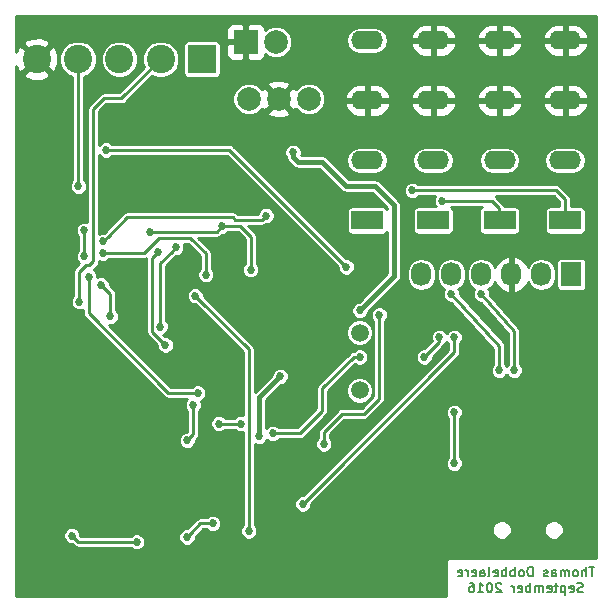
<source format=gbl>
G04 #@! TF.FileFunction,Copper,L2,Bot,Signal*
%FSLAX46Y46*%
G04 Gerber Fmt 4.6, Leading zero omitted, Abs format (unit mm)*
G04 Created by KiCad (PCBNEW 4.0.5-e0-6337~49~ubuntu16.04.1) date Thu Jan 26 10:19:32 2017*
%MOMM*%
%LPD*%
G01*
G04 APERTURE LIST*
%ADD10C,0.100000*%
%ADD11C,0.150000*%
%ADD12C,1.501140*%
%ADD13R,2.000000X2.000000*%
%ADD14C,2.000000*%
%ADD15R,1.727200X2.032000*%
%ADD16O,1.727200X2.032000*%
%ADD17C,2.400000*%
%ADD18R,2.400000X2.400000*%
%ADD19R,2.700000X1.600000*%
%ADD20O,2.700000X1.600000*%
%ADD21C,0.685800*%
%ADD22C,0.250000*%
%ADD23C,0.400000*%
%ADD24C,0.254000*%
G04 APERTURE END LIST*
D10*
D11*
X248709526Y-70986905D02*
X248252383Y-70986905D01*
X248480954Y-71786905D02*
X248480954Y-70986905D01*
X247985716Y-71786905D02*
X247985716Y-70986905D01*
X247642859Y-71786905D02*
X247642859Y-71367857D01*
X247680954Y-71291667D01*
X247757144Y-71253571D01*
X247871430Y-71253571D01*
X247947621Y-71291667D01*
X247985716Y-71329762D01*
X247147620Y-71786905D02*
X247223811Y-71748810D01*
X247261906Y-71710714D01*
X247300001Y-71634524D01*
X247300001Y-71405952D01*
X247261906Y-71329762D01*
X247223811Y-71291667D01*
X247147620Y-71253571D01*
X247033334Y-71253571D01*
X246957144Y-71291667D01*
X246919049Y-71329762D01*
X246880953Y-71405952D01*
X246880953Y-71634524D01*
X246919049Y-71710714D01*
X246957144Y-71748810D01*
X247033334Y-71786905D01*
X247147620Y-71786905D01*
X246538096Y-71786905D02*
X246538096Y-71253571D01*
X246538096Y-71329762D02*
X246500001Y-71291667D01*
X246423810Y-71253571D01*
X246309524Y-71253571D01*
X246233334Y-71291667D01*
X246195239Y-71367857D01*
X246195239Y-71786905D01*
X246195239Y-71367857D02*
X246157143Y-71291667D01*
X246080953Y-71253571D01*
X245966667Y-71253571D01*
X245890477Y-71291667D01*
X245852382Y-71367857D01*
X245852382Y-71786905D01*
X245128572Y-71786905D02*
X245128572Y-71367857D01*
X245166667Y-71291667D01*
X245242857Y-71253571D01*
X245395238Y-71253571D01*
X245471429Y-71291667D01*
X245128572Y-71748810D02*
X245204762Y-71786905D01*
X245395238Y-71786905D01*
X245471429Y-71748810D01*
X245509524Y-71672619D01*
X245509524Y-71596429D01*
X245471429Y-71520238D01*
X245395238Y-71482143D01*
X245204762Y-71482143D01*
X245128572Y-71444048D01*
X244785714Y-71748810D02*
X244709524Y-71786905D01*
X244557143Y-71786905D01*
X244480952Y-71748810D01*
X244442857Y-71672619D01*
X244442857Y-71634524D01*
X244480952Y-71558333D01*
X244557143Y-71520238D01*
X244671428Y-71520238D01*
X244747619Y-71482143D01*
X244785714Y-71405952D01*
X244785714Y-71367857D01*
X244747619Y-71291667D01*
X244671428Y-71253571D01*
X244557143Y-71253571D01*
X244480952Y-71291667D01*
X243490476Y-71786905D02*
X243490476Y-70986905D01*
X243300000Y-70986905D01*
X243185714Y-71025000D01*
X243109523Y-71101190D01*
X243071428Y-71177381D01*
X243033333Y-71329762D01*
X243033333Y-71444048D01*
X243071428Y-71596429D01*
X243109523Y-71672619D01*
X243185714Y-71748810D01*
X243300000Y-71786905D01*
X243490476Y-71786905D01*
X242576190Y-71786905D02*
X242652381Y-71748810D01*
X242690476Y-71710714D01*
X242728571Y-71634524D01*
X242728571Y-71405952D01*
X242690476Y-71329762D01*
X242652381Y-71291667D01*
X242576190Y-71253571D01*
X242461904Y-71253571D01*
X242385714Y-71291667D01*
X242347619Y-71329762D01*
X242309523Y-71405952D01*
X242309523Y-71634524D01*
X242347619Y-71710714D01*
X242385714Y-71748810D01*
X242461904Y-71786905D01*
X242576190Y-71786905D01*
X241966666Y-71786905D02*
X241966666Y-70986905D01*
X241966666Y-71291667D02*
X241890475Y-71253571D01*
X241738094Y-71253571D01*
X241661904Y-71291667D01*
X241623809Y-71329762D01*
X241585713Y-71405952D01*
X241585713Y-71634524D01*
X241623809Y-71710714D01*
X241661904Y-71748810D01*
X241738094Y-71786905D01*
X241890475Y-71786905D01*
X241966666Y-71748810D01*
X241242856Y-71786905D02*
X241242856Y-70986905D01*
X241242856Y-71291667D02*
X241166665Y-71253571D01*
X241014284Y-71253571D01*
X240938094Y-71291667D01*
X240899999Y-71329762D01*
X240861903Y-71405952D01*
X240861903Y-71634524D01*
X240899999Y-71710714D01*
X240938094Y-71748810D01*
X241014284Y-71786905D01*
X241166665Y-71786905D01*
X241242856Y-71748810D01*
X240214284Y-71748810D02*
X240290474Y-71786905D01*
X240442855Y-71786905D01*
X240519046Y-71748810D01*
X240557141Y-71672619D01*
X240557141Y-71367857D01*
X240519046Y-71291667D01*
X240442855Y-71253571D01*
X240290474Y-71253571D01*
X240214284Y-71291667D01*
X240176189Y-71367857D01*
X240176189Y-71444048D01*
X240557141Y-71520238D01*
X239719046Y-71786905D02*
X239795237Y-71748810D01*
X239833332Y-71672619D01*
X239833332Y-70986905D01*
X239071427Y-71786905D02*
X239071427Y-71367857D01*
X239109522Y-71291667D01*
X239185712Y-71253571D01*
X239338093Y-71253571D01*
X239414284Y-71291667D01*
X239071427Y-71748810D02*
X239147617Y-71786905D01*
X239338093Y-71786905D01*
X239414284Y-71748810D01*
X239452379Y-71672619D01*
X239452379Y-71596429D01*
X239414284Y-71520238D01*
X239338093Y-71482143D01*
X239147617Y-71482143D01*
X239071427Y-71444048D01*
X238385712Y-71748810D02*
X238461902Y-71786905D01*
X238614283Y-71786905D01*
X238690474Y-71748810D01*
X238728569Y-71672619D01*
X238728569Y-71367857D01*
X238690474Y-71291667D01*
X238614283Y-71253571D01*
X238461902Y-71253571D01*
X238385712Y-71291667D01*
X238347617Y-71367857D01*
X238347617Y-71444048D01*
X238728569Y-71520238D01*
X238004760Y-71786905D02*
X238004760Y-71253571D01*
X238004760Y-71405952D02*
X237966665Y-71329762D01*
X237928569Y-71291667D01*
X237852379Y-71253571D01*
X237776188Y-71253571D01*
X237204760Y-71748810D02*
X237280950Y-71786905D01*
X237433331Y-71786905D01*
X237509522Y-71748810D01*
X237547617Y-71672619D01*
X237547617Y-71367857D01*
X237509522Y-71291667D01*
X237433331Y-71253571D01*
X237280950Y-71253571D01*
X237204760Y-71291667D01*
X237166665Y-71367857D01*
X237166665Y-71444048D01*
X237547617Y-71520238D01*
X247719048Y-73098810D02*
X247604762Y-73136905D01*
X247414286Y-73136905D01*
X247338096Y-73098810D01*
X247300000Y-73060714D01*
X247261905Y-72984524D01*
X247261905Y-72908333D01*
X247300000Y-72832143D01*
X247338096Y-72794048D01*
X247414286Y-72755952D01*
X247566667Y-72717857D01*
X247642858Y-72679762D01*
X247680953Y-72641667D01*
X247719048Y-72565476D01*
X247719048Y-72489286D01*
X247680953Y-72413095D01*
X247642858Y-72375000D01*
X247566667Y-72336905D01*
X247376191Y-72336905D01*
X247261905Y-72375000D01*
X246614286Y-73098810D02*
X246690476Y-73136905D01*
X246842857Y-73136905D01*
X246919048Y-73098810D01*
X246957143Y-73022619D01*
X246957143Y-72717857D01*
X246919048Y-72641667D01*
X246842857Y-72603571D01*
X246690476Y-72603571D01*
X246614286Y-72641667D01*
X246576191Y-72717857D01*
X246576191Y-72794048D01*
X246957143Y-72870238D01*
X246233334Y-72603571D02*
X246233334Y-73403571D01*
X246233334Y-72641667D02*
X246157143Y-72603571D01*
X246004762Y-72603571D01*
X245928572Y-72641667D01*
X245890477Y-72679762D01*
X245852381Y-72755952D01*
X245852381Y-72984524D01*
X245890477Y-73060714D01*
X245928572Y-73098810D01*
X246004762Y-73136905D01*
X246157143Y-73136905D01*
X246233334Y-73098810D01*
X245623810Y-72603571D02*
X245319048Y-72603571D01*
X245509524Y-72336905D02*
X245509524Y-73022619D01*
X245471429Y-73098810D01*
X245395238Y-73136905D01*
X245319048Y-73136905D01*
X244747619Y-73098810D02*
X244823809Y-73136905D01*
X244976190Y-73136905D01*
X245052381Y-73098810D01*
X245090476Y-73022619D01*
X245090476Y-72717857D01*
X245052381Y-72641667D01*
X244976190Y-72603571D01*
X244823809Y-72603571D01*
X244747619Y-72641667D01*
X244709524Y-72717857D01*
X244709524Y-72794048D01*
X245090476Y-72870238D01*
X244366667Y-73136905D02*
X244366667Y-72603571D01*
X244366667Y-72679762D02*
X244328572Y-72641667D01*
X244252381Y-72603571D01*
X244138095Y-72603571D01*
X244061905Y-72641667D01*
X244023810Y-72717857D01*
X244023810Y-73136905D01*
X244023810Y-72717857D02*
X243985714Y-72641667D01*
X243909524Y-72603571D01*
X243795238Y-72603571D01*
X243719048Y-72641667D01*
X243680953Y-72717857D01*
X243680953Y-73136905D01*
X243300000Y-73136905D02*
X243300000Y-72336905D01*
X243300000Y-72641667D02*
X243223809Y-72603571D01*
X243071428Y-72603571D01*
X242995238Y-72641667D01*
X242957143Y-72679762D01*
X242919047Y-72755952D01*
X242919047Y-72984524D01*
X242957143Y-73060714D01*
X242995238Y-73098810D01*
X243071428Y-73136905D01*
X243223809Y-73136905D01*
X243300000Y-73098810D01*
X242271428Y-73098810D02*
X242347618Y-73136905D01*
X242499999Y-73136905D01*
X242576190Y-73098810D01*
X242614285Y-73022619D01*
X242614285Y-72717857D01*
X242576190Y-72641667D01*
X242499999Y-72603571D01*
X242347618Y-72603571D01*
X242271428Y-72641667D01*
X242233333Y-72717857D01*
X242233333Y-72794048D01*
X242614285Y-72870238D01*
X241890476Y-73136905D02*
X241890476Y-72603571D01*
X241890476Y-72755952D02*
X241852381Y-72679762D01*
X241814285Y-72641667D01*
X241738095Y-72603571D01*
X241661904Y-72603571D01*
X240823809Y-72413095D02*
X240785714Y-72375000D01*
X240709523Y-72336905D01*
X240519047Y-72336905D01*
X240442857Y-72375000D01*
X240404761Y-72413095D01*
X240366666Y-72489286D01*
X240366666Y-72565476D01*
X240404761Y-72679762D01*
X240861904Y-73136905D01*
X240366666Y-73136905D01*
X239871428Y-72336905D02*
X239795237Y-72336905D01*
X239719047Y-72375000D01*
X239680952Y-72413095D01*
X239642856Y-72489286D01*
X239604761Y-72641667D01*
X239604761Y-72832143D01*
X239642856Y-72984524D01*
X239680952Y-73060714D01*
X239719047Y-73098810D01*
X239795237Y-73136905D01*
X239871428Y-73136905D01*
X239947618Y-73098810D01*
X239985714Y-73060714D01*
X240023809Y-72984524D01*
X240061904Y-72832143D01*
X240061904Y-72641667D01*
X240023809Y-72489286D01*
X239985714Y-72413095D01*
X239947618Y-72375000D01*
X239871428Y-72336905D01*
X238842856Y-73136905D02*
X239299999Y-73136905D01*
X239071428Y-73136905D02*
X239071428Y-72336905D01*
X239147618Y-72451190D01*
X239223809Y-72527381D01*
X239299999Y-72565476D01*
X238157142Y-72336905D02*
X238309523Y-72336905D01*
X238385713Y-72375000D01*
X238423808Y-72413095D01*
X238499999Y-72527381D01*
X238538094Y-72679762D01*
X238538094Y-72984524D01*
X238499999Y-73060714D01*
X238461904Y-73098810D01*
X238385713Y-73136905D01*
X238233332Y-73136905D01*
X238157142Y-73098810D01*
X238119046Y-73060714D01*
X238080951Y-72984524D01*
X238080951Y-72794048D01*
X238119046Y-72717857D01*
X238157142Y-72679762D01*
X238233332Y-72641667D01*
X238385713Y-72641667D01*
X238461904Y-72679762D01*
X238499999Y-72717857D01*
X238538094Y-72794048D01*
D12*
X228854000Y-56034940D03*
X228854000Y-51153060D03*
D13*
X219202000Y-26543000D03*
D14*
X221742000Y-26543000D03*
X224536000Y-31369000D03*
X221996000Y-31369000D03*
X219456000Y-31369000D03*
D15*
X246761000Y-46228000D03*
D16*
X244221000Y-46228000D03*
X241681000Y-46228000D03*
X239141000Y-46228000D03*
X236601000Y-46228000D03*
X234061000Y-46228000D03*
D17*
X212000000Y-28000000D03*
D18*
X215500000Y-28000000D03*
D17*
X208500000Y-28000000D03*
X205000000Y-28000000D03*
X201500000Y-28000000D03*
D19*
X229489000Y-41656000D03*
D20*
X229489000Y-36576000D03*
X229489000Y-31496000D03*
X229489000Y-26416000D03*
D19*
X235077000Y-41656000D03*
D20*
X235077000Y-36576000D03*
X235077000Y-31496000D03*
X235077000Y-26416000D03*
D19*
X246253000Y-41656000D03*
D20*
X246253000Y-36576000D03*
X246253000Y-31496000D03*
X246253000Y-26416000D03*
D19*
X240690400Y-41656000D03*
D20*
X240690400Y-36576000D03*
X240690400Y-31496000D03*
X240690400Y-26416000D03*
D21*
X211124804Y-42595800D03*
X219608400Y-45821600D03*
X217220800Y-42138600D03*
X230505000Y-49657000D03*
X225806000Y-60579000D03*
X214426800Y-44577000D03*
X218516200Y-47167800D03*
X208915321Y-63500000D03*
X215798400Y-34391600D03*
X219125800Y-40868600D03*
X200660000Y-37185600D03*
X201091800Y-52882800D03*
X209423000Y-60429089D03*
X202514200Y-61722000D03*
X206527400Y-63525392D03*
X201168000Y-63525396D03*
X235331004Y-63195200D03*
X233349794Y-61849000D03*
X232257600Y-69900798D03*
X240436400Y-65354200D03*
X222656400Y-55689500D03*
X226822000Y-53594000D03*
X231648000Y-54483000D03*
X231648000Y-51562000D03*
X202565000Y-72390000D03*
X235331000Y-71501000D03*
X247015000Y-57886600D03*
X244678200Y-63576200D03*
X230759000Y-67208400D03*
X225171000Y-66344800D03*
X217474800Y-63500000D03*
X214934800Y-71628000D03*
X221996000Y-49657000D03*
X214909402Y-48031400D03*
X219456000Y-67945000D03*
X223202500Y-35877500D03*
X228854000Y-49276000D03*
X220345000Y-59944000D03*
X222123000Y-54864000D03*
X211803090Y-44325195D03*
X212394800Y-52197000D03*
X214757000Y-57277000D03*
X214249000Y-60274200D03*
X209962342Y-68863724D03*
X204472657Y-68339508D03*
X233299000Y-39116000D03*
X235839000Y-40005000D03*
X205028806Y-38760400D03*
X207365600Y-35687000D03*
X227711000Y-45593000D03*
X205116841Y-48546910D03*
X241935000Y-54356000D03*
X239141000Y-47879000D03*
X240665000Y-54356000D03*
X236601000Y-47879000D03*
X213283802Y-43942000D03*
X211962996Y-50647600D03*
X215823800Y-46253398D03*
X207111600Y-44424600D03*
X214223600Y-68453000D03*
X216408000Y-67310000D03*
X224028000Y-65659000D03*
X236855000Y-51562000D03*
X218770200Y-58851800D03*
X216916000Y-58851800D03*
X235585000Y-51562000D03*
X234315000Y-53213000D03*
X228854000Y-53213000D03*
X221488000Y-59690000D03*
X236855000Y-57912000D03*
X236855000Y-62230000D03*
X205917800Y-46405800D03*
X215138000Y-56261000D03*
X207155078Y-43401090D03*
X220929200Y-41249600D03*
X205536800Y-44704000D03*
X205536800Y-42468800D03*
X206958864Y-47112567D03*
X207747746Y-49784000D03*
D22*
X216763600Y-42595800D02*
X211609737Y-42595800D01*
X211609737Y-42595800D02*
X211124804Y-42595800D01*
X217220800Y-42138600D02*
X216763600Y-42595800D01*
X218719400Y-42138600D02*
X219608400Y-43027600D01*
X219608400Y-43027600D02*
X219608400Y-45821600D01*
X217220800Y-42138600D02*
X218719400Y-42138600D01*
X230505000Y-56769000D02*
X230505000Y-49657000D01*
X229235000Y-58039000D02*
X230505000Y-56769000D01*
X227330000Y-58039000D02*
X229235000Y-58039000D01*
X225806000Y-59563000D02*
X227330000Y-58039000D01*
X225806000Y-60579000D02*
X225806000Y-59563000D01*
X219456000Y-52577998D02*
X215252301Y-48374299D01*
X219456000Y-67945000D02*
X219456000Y-52577998D01*
X215252301Y-48374299D02*
X214909402Y-48031400D01*
D23*
X223202500Y-36258500D02*
X223202500Y-35877500D01*
X223647000Y-36703000D02*
X223202500Y-36258500D01*
X225679000Y-36703000D02*
X223647000Y-36703000D01*
X227711000Y-38735000D02*
X225679000Y-36703000D01*
X230124000Y-38735000D02*
X227711000Y-38735000D01*
X231775000Y-40386000D02*
X230124000Y-38735000D01*
X231775000Y-46355000D02*
X231775000Y-40386000D01*
X228854000Y-49276000D02*
X231775000Y-46355000D01*
X220345000Y-56642000D02*
X220345000Y-59944000D01*
X222123000Y-54864000D02*
X220345000Y-56642000D01*
D22*
X211460191Y-44668094D02*
X211803090Y-44325195D01*
X211289901Y-51092101D02*
X211289901Y-44838384D01*
X211289901Y-44838384D02*
X211460191Y-44668094D01*
X212394800Y-52197000D02*
X211289901Y-51092101D01*
X214249000Y-60274200D02*
X214757000Y-59766200D01*
X214757000Y-59766200D02*
X214757000Y-57277000D01*
X204472657Y-68339508D02*
X204996873Y-68863724D01*
X209477409Y-68863724D02*
X209962342Y-68863724D01*
X204996873Y-68863724D02*
X209477409Y-68863724D01*
X246253000Y-39878000D02*
X246253000Y-41656000D01*
X245491000Y-39116000D02*
X246253000Y-39878000D01*
X233299000Y-39116000D02*
X245491000Y-39116000D01*
X240665000Y-40640000D02*
X240665000Y-41656000D01*
X240030000Y-40005000D02*
X240665000Y-40640000D01*
X235839000Y-40005000D02*
X240030000Y-40005000D01*
X205000000Y-28000000D02*
X205000000Y-38731594D01*
X205000000Y-38731594D02*
X205028806Y-38760400D01*
X217805000Y-35687000D02*
X207850533Y-35687000D01*
X207850533Y-35687000D02*
X207365600Y-35687000D01*
X227711000Y-45593000D02*
X217805000Y-35687000D01*
X205116841Y-45987559D02*
X205116841Y-48061977D01*
X205638400Y-45466000D02*
X205116841Y-45987559D01*
X205943200Y-45466000D02*
X205638400Y-45466000D01*
X206298800Y-32207200D02*
X206298800Y-45110400D01*
X205116841Y-48061977D02*
X205116841Y-48546910D01*
X207187800Y-31318200D02*
X206298800Y-32207200D01*
X212000000Y-28000000D02*
X208681800Y-31318200D01*
X206298800Y-45110400D02*
X205943200Y-45466000D01*
X208681800Y-31318200D02*
X207187800Y-31318200D01*
X241935000Y-51054000D02*
X241935000Y-54356000D01*
X239141000Y-47879000D02*
X241935000Y-51054000D01*
X240665000Y-52324000D02*
X240665000Y-54356000D01*
X236601000Y-47879000D02*
X240665000Y-52324000D01*
X211962996Y-50647600D02*
X211962996Y-45262806D01*
X211962996Y-45262806D02*
X212940903Y-44284899D01*
X212940903Y-44284899D02*
X213283802Y-43942000D01*
X215823800Y-45768465D02*
X215823800Y-46253398D01*
X215823800Y-44452104D02*
X215823800Y-45768465D01*
X214493394Y-43121698D02*
X215823800Y-44452104D01*
X210563896Y-44424600D02*
X211866798Y-43121698D01*
X207111600Y-44424600D02*
X210563896Y-44424600D01*
X211866798Y-43121698D02*
X214493394Y-43121698D01*
X216408000Y-67310000D02*
X215366600Y-67310000D01*
X214566499Y-68110101D02*
X214223600Y-68453000D01*
X215366600Y-67310000D02*
X214566499Y-68110101D01*
X224028000Y-65659000D02*
X226314000Y-63373000D01*
X226314000Y-63373000D02*
X235839000Y-53848000D01*
X236855000Y-52832000D02*
X236855000Y-51562000D01*
X235839000Y-53848000D02*
X236855000Y-52832000D01*
X216916000Y-58851800D02*
X218770200Y-58851800D01*
X235585000Y-51943000D02*
X235585000Y-51562000D01*
X234315000Y-53213000D02*
X235585000Y-51943000D01*
X228346000Y-53213000D02*
X228854000Y-53213000D01*
X225679000Y-55880000D02*
X228346000Y-53213000D01*
X225679000Y-57785000D02*
X225679000Y-55880000D01*
X223774000Y-59690000D02*
X225679000Y-57785000D01*
X221488000Y-59690000D02*
X223774000Y-59690000D01*
X236855000Y-62230000D02*
X236855000Y-57912000D01*
X205917800Y-46890733D02*
X205917800Y-46405800D01*
X205917800Y-49530000D02*
X205917800Y-46890733D01*
X212648800Y-56261000D02*
X205917800Y-49530000D01*
X215138000Y-56261000D02*
X212648800Y-56261000D01*
X207497977Y-43058191D02*
X207155078Y-43401090D01*
X209180373Y-41375795D02*
X207497977Y-43058191D01*
X218083595Y-41375795D02*
X209180373Y-41375795D01*
X220929200Y-41249600D02*
X220586301Y-41592499D01*
X218300299Y-41592499D02*
X218083595Y-41375795D01*
X220586301Y-41592499D02*
X218300299Y-41592499D01*
X205536800Y-42468800D02*
X205536800Y-44704000D01*
X207747746Y-47901449D02*
X207301763Y-47455466D01*
X207747746Y-49784000D02*
X207747746Y-47901449D01*
X207301763Y-47455466D02*
X206958864Y-47112567D01*
D24*
G36*
X248844000Y-70273000D02*
X236300000Y-70273000D01*
X236253841Y-70281685D01*
X236211447Y-70308965D01*
X236183006Y-70350590D01*
X236173000Y-70400000D01*
X236173000Y-73444000D01*
X199756000Y-73444000D01*
X199756000Y-68482869D01*
X203748632Y-68482869D01*
X203858607Y-68749029D01*
X204062065Y-68952843D01*
X204328033Y-69063282D01*
X204480972Y-69063415D01*
X204639077Y-69221520D01*
X204803235Y-69331207D01*
X204996873Y-69369724D01*
X209444602Y-69369724D01*
X209551750Y-69477059D01*
X209817718Y-69587498D01*
X210105703Y-69587749D01*
X210371863Y-69477774D01*
X210575677Y-69274316D01*
X210686116Y-69008348D01*
X210686367Y-68720363D01*
X210635131Y-68596361D01*
X213499575Y-68596361D01*
X213609550Y-68862521D01*
X213813008Y-69066335D01*
X214078976Y-69176774D01*
X214366961Y-69177025D01*
X214633121Y-69067050D01*
X214836935Y-68863592D01*
X214947374Y-68597624D01*
X214947507Y-68444685D01*
X215576192Y-67816000D01*
X215890260Y-67816000D01*
X215997408Y-67923335D01*
X216263376Y-68033774D01*
X216551361Y-68034025D01*
X216817521Y-67924050D01*
X217021335Y-67720592D01*
X217131774Y-67454624D01*
X217132025Y-67166639D01*
X217022050Y-66900479D01*
X216818592Y-66696665D01*
X216552624Y-66586226D01*
X216264639Y-66585975D01*
X215998479Y-66695950D01*
X215890240Y-66804000D01*
X215366600Y-66804000D01*
X215172962Y-66842517D01*
X215087819Y-66899408D01*
X215008804Y-66952204D01*
X214231901Y-67729107D01*
X214080239Y-67728975D01*
X213814079Y-67838950D01*
X213610265Y-68042408D01*
X213499826Y-68308376D01*
X213499575Y-68596361D01*
X210635131Y-68596361D01*
X210576392Y-68454203D01*
X210372934Y-68250389D01*
X210106966Y-68139950D01*
X209818981Y-68139699D01*
X209552821Y-68249674D01*
X209444582Y-68357724D01*
X205206465Y-68357724D01*
X205196550Y-68347809D01*
X205196682Y-68196147D01*
X205086707Y-67929987D01*
X204883249Y-67726173D01*
X204617281Y-67615734D01*
X204329296Y-67615483D01*
X204063136Y-67725458D01*
X203859322Y-67928916D01*
X203748883Y-68194884D01*
X203748632Y-68482869D01*
X199756000Y-68482869D01*
X199756000Y-48690271D01*
X204392816Y-48690271D01*
X204502791Y-48956431D01*
X204706249Y-49160245D01*
X204972217Y-49270684D01*
X205260202Y-49270935D01*
X205411800Y-49208296D01*
X205411800Y-49530000D01*
X205450317Y-49723638D01*
X205560004Y-49887796D01*
X212291004Y-56618796D01*
X212455162Y-56728483D01*
X212648800Y-56767000D01*
X214243247Y-56767000D01*
X214143665Y-56866408D01*
X214033226Y-57132376D01*
X214032975Y-57420361D01*
X214142950Y-57686521D01*
X214251000Y-57794760D01*
X214251000Y-59550302D01*
X214105639Y-59550175D01*
X213839479Y-59660150D01*
X213635665Y-59863608D01*
X213525226Y-60129576D01*
X213524975Y-60417561D01*
X213634950Y-60683721D01*
X213838408Y-60887535D01*
X214104376Y-60997974D01*
X214392361Y-60998225D01*
X214658521Y-60888250D01*
X214862335Y-60684792D01*
X214972774Y-60418824D01*
X214972907Y-60265885D01*
X215114796Y-60123996D01*
X215224483Y-59959838D01*
X215263000Y-59766200D01*
X215263000Y-57794740D01*
X215370335Y-57687592D01*
X215480774Y-57421624D01*
X215481025Y-57133639D01*
X215399457Y-56936229D01*
X215547521Y-56875050D01*
X215751335Y-56671592D01*
X215861774Y-56405624D01*
X215862025Y-56117639D01*
X215752050Y-55851479D01*
X215548592Y-55647665D01*
X215282624Y-55537226D01*
X214994639Y-55536975D01*
X214728479Y-55646950D01*
X214620240Y-55755000D01*
X212858392Y-55755000D01*
X207611173Y-50507781D01*
X207891107Y-50508025D01*
X208157267Y-50398050D01*
X208361081Y-50194592D01*
X208471520Y-49928624D01*
X208471771Y-49640639D01*
X208361796Y-49374479D01*
X208253746Y-49266240D01*
X208253746Y-47901449D01*
X208215229Y-47707811D01*
X208105542Y-47543653D01*
X207682757Y-47120868D01*
X207682889Y-46969206D01*
X207572914Y-46703046D01*
X207369456Y-46499232D01*
X207103488Y-46388793D01*
X206815503Y-46388542D01*
X206641652Y-46460376D01*
X206641825Y-46262439D01*
X206531850Y-45996279D01*
X206330358Y-45794434D01*
X206656596Y-45468196D01*
X206766283Y-45304038D01*
X206804800Y-45110400D01*
X206804800Y-45081033D01*
X206966976Y-45148374D01*
X207254961Y-45148625D01*
X207521121Y-45038650D01*
X207629360Y-44930600D01*
X210563896Y-44930600D01*
X210757534Y-44892083D01*
X210783901Y-44874465D01*
X210783901Y-51092101D01*
X210822418Y-51285739D01*
X210932105Y-51449897D01*
X211670907Y-52188699D01*
X211670775Y-52340361D01*
X211780750Y-52606521D01*
X211984208Y-52810335D01*
X212250176Y-52920774D01*
X212538161Y-52921025D01*
X212804321Y-52811050D01*
X213008135Y-52607592D01*
X213118574Y-52341624D01*
X213118825Y-52053639D01*
X213008850Y-51787479D01*
X212805392Y-51583665D01*
X212539424Y-51473226D01*
X212386485Y-51473093D01*
X212232780Y-51319388D01*
X212372517Y-51261650D01*
X212576331Y-51058192D01*
X212686770Y-50792224D01*
X212687021Y-50504239D01*
X212577046Y-50238079D01*
X212468996Y-50129840D01*
X212468996Y-48174761D01*
X214185377Y-48174761D01*
X214295352Y-48440921D01*
X214498810Y-48644735D01*
X214764778Y-48755174D01*
X214917717Y-48755307D01*
X218950000Y-52787590D01*
X218950000Y-58142632D01*
X218914824Y-58128026D01*
X218626839Y-58127775D01*
X218360679Y-58237750D01*
X218252440Y-58345800D01*
X217433740Y-58345800D01*
X217326592Y-58238465D01*
X217060624Y-58128026D01*
X216772639Y-58127775D01*
X216506479Y-58237750D01*
X216302665Y-58441208D01*
X216192226Y-58707176D01*
X216191975Y-58995161D01*
X216301950Y-59261321D01*
X216505408Y-59465135D01*
X216771376Y-59575574D01*
X217059361Y-59575825D01*
X217325521Y-59465850D01*
X217433760Y-59357800D01*
X218252460Y-59357800D01*
X218359608Y-59465135D01*
X218625576Y-59575574D01*
X218913561Y-59575825D01*
X218950000Y-59560769D01*
X218950000Y-67427260D01*
X218842665Y-67534408D01*
X218732226Y-67800376D01*
X218731975Y-68088361D01*
X218841950Y-68354521D01*
X219045408Y-68558335D01*
X219311376Y-68668774D01*
X219599361Y-68669025D01*
X219865521Y-68559050D01*
X220069335Y-68355592D01*
X220179774Y-68089624D01*
X220179834Y-68020588D01*
X240047636Y-68020588D01*
X240173818Y-68325971D01*
X240407260Y-68559821D01*
X240712423Y-68686535D01*
X241042848Y-68686824D01*
X241348231Y-68560642D01*
X241582081Y-68327200D01*
X241708795Y-68022037D01*
X241708796Y-68020588D01*
X244446916Y-68020588D01*
X244573098Y-68325971D01*
X244806540Y-68559821D01*
X245111703Y-68686535D01*
X245442128Y-68686824D01*
X245747511Y-68560642D01*
X245981361Y-68327200D01*
X246108075Y-68022037D01*
X246108364Y-67691612D01*
X245982182Y-67386229D01*
X245748740Y-67152379D01*
X245443577Y-67025665D01*
X245113152Y-67025376D01*
X244807769Y-67151558D01*
X244573919Y-67385000D01*
X244447205Y-67690163D01*
X244446916Y-68020588D01*
X241708796Y-68020588D01*
X241709084Y-67691612D01*
X241582902Y-67386229D01*
X241349460Y-67152379D01*
X241044297Y-67025665D01*
X240713872Y-67025376D01*
X240408489Y-67151558D01*
X240174639Y-67385000D01*
X240047925Y-67690163D01*
X240047636Y-68020588D01*
X220179834Y-68020588D01*
X220180025Y-67801639D01*
X220070050Y-67535479D01*
X219962000Y-67427240D01*
X219962000Y-65802361D01*
X223303975Y-65802361D01*
X223413950Y-66068521D01*
X223617408Y-66272335D01*
X223883376Y-66382774D01*
X224171361Y-66383025D01*
X224437521Y-66273050D01*
X224641335Y-66069592D01*
X224751774Y-65803624D01*
X224751907Y-65650685D01*
X232347231Y-58055361D01*
X236130975Y-58055361D01*
X236240950Y-58321521D01*
X236349000Y-58429760D01*
X236349000Y-61712260D01*
X236241665Y-61819408D01*
X236131226Y-62085376D01*
X236130975Y-62373361D01*
X236240950Y-62639521D01*
X236444408Y-62843335D01*
X236710376Y-62953774D01*
X236998361Y-62954025D01*
X237264521Y-62844050D01*
X237468335Y-62640592D01*
X237578774Y-62374624D01*
X237579025Y-62086639D01*
X237469050Y-61820479D01*
X237361000Y-61712240D01*
X237361000Y-58429740D01*
X237468335Y-58322592D01*
X237578774Y-58056624D01*
X237579025Y-57768639D01*
X237469050Y-57502479D01*
X237265592Y-57298665D01*
X236999624Y-57188226D01*
X236711639Y-57187975D01*
X236445479Y-57297950D01*
X236241665Y-57501408D01*
X236131226Y-57767376D01*
X236130975Y-58055361D01*
X232347231Y-58055361D01*
X237212796Y-53189796D01*
X237322483Y-53025638D01*
X237361000Y-52832000D01*
X237361000Y-52079740D01*
X237468335Y-51972592D01*
X237578774Y-51706624D01*
X237579025Y-51418639D01*
X237469050Y-51152479D01*
X237265592Y-50948665D01*
X236999624Y-50838226D01*
X236711639Y-50837975D01*
X236445479Y-50947950D01*
X236241665Y-51151408D01*
X236220083Y-51203383D01*
X236199050Y-51152479D01*
X235995592Y-50948665D01*
X235729624Y-50838226D01*
X235441639Y-50837975D01*
X235175479Y-50947950D01*
X234971665Y-51151408D01*
X234861226Y-51417376D01*
X234860975Y-51705361D01*
X234932922Y-51879486D01*
X234323301Y-52489107D01*
X234171639Y-52488975D01*
X233905479Y-52598950D01*
X233701665Y-52802408D01*
X233591226Y-53068376D01*
X233590975Y-53356361D01*
X233700950Y-53622521D01*
X233904408Y-53826335D01*
X234170376Y-53936774D01*
X234458361Y-53937025D01*
X234724521Y-53827050D01*
X234928335Y-53623592D01*
X235038774Y-53357624D01*
X235038907Y-53204685D01*
X235942796Y-52300796D01*
X236052483Y-52136638D01*
X236057062Y-52113618D01*
X236198335Y-51972592D01*
X236219917Y-51920617D01*
X236240950Y-51971521D01*
X236349000Y-52079760D01*
X236349000Y-52622408D01*
X224036301Y-64935107D01*
X223884639Y-64934975D01*
X223618479Y-65044950D01*
X223414665Y-65248408D01*
X223304226Y-65514376D01*
X223303975Y-65802361D01*
X219962000Y-65802361D01*
X219962000Y-60722361D01*
X225081975Y-60722361D01*
X225191950Y-60988521D01*
X225395408Y-61192335D01*
X225661376Y-61302774D01*
X225949361Y-61303025D01*
X226215521Y-61193050D01*
X226419335Y-60989592D01*
X226529774Y-60723624D01*
X226530025Y-60435639D01*
X226420050Y-60169479D01*
X226312000Y-60061240D01*
X226312000Y-59772592D01*
X227539592Y-58545000D01*
X229235000Y-58545000D01*
X229428638Y-58506483D01*
X229592796Y-58396796D01*
X230862796Y-57126796D01*
X230972483Y-56962638D01*
X231011000Y-56769000D01*
X231011000Y-50174740D01*
X231118335Y-50067592D01*
X231228774Y-49801624D01*
X231229025Y-49513639D01*
X231119050Y-49247479D01*
X230915592Y-49043665D01*
X230649624Y-48933226D01*
X230361639Y-48932975D01*
X230095479Y-49042950D01*
X229891665Y-49246408D01*
X229781226Y-49512376D01*
X229780975Y-49800361D01*
X229890950Y-50066521D01*
X229999000Y-50174760D01*
X229999000Y-56559408D01*
X229025408Y-57533000D01*
X227330000Y-57533000D01*
X227136362Y-57571517D01*
X226972204Y-57681204D01*
X225448204Y-59205204D01*
X225338517Y-59369362D01*
X225300000Y-59563000D01*
X225300000Y-60061260D01*
X225192665Y-60168408D01*
X225082226Y-60434376D01*
X225081975Y-60722361D01*
X219962000Y-60722361D01*
X219962000Y-60568792D01*
X220200376Y-60667774D01*
X220488361Y-60668025D01*
X220754521Y-60558050D01*
X220958335Y-60354592D01*
X221008346Y-60234152D01*
X221077408Y-60303335D01*
X221343376Y-60413774D01*
X221631361Y-60414025D01*
X221897521Y-60304050D01*
X222005760Y-60196000D01*
X223774000Y-60196000D01*
X223967638Y-60157483D01*
X224131796Y-60047796D01*
X226036796Y-58142796D01*
X226146483Y-57978638D01*
X226185000Y-57785000D01*
X226185000Y-56259036D01*
X227722234Y-56259036D01*
X227894142Y-56675086D01*
X228212180Y-56993679D01*
X228627929Y-57166313D01*
X229078096Y-57166706D01*
X229494146Y-56994798D01*
X229812739Y-56676760D01*
X229985373Y-56261011D01*
X229985766Y-55810844D01*
X229813858Y-55394794D01*
X229495820Y-55076201D01*
X229080071Y-54903567D01*
X228629904Y-54903174D01*
X228213854Y-55075082D01*
X227895261Y-55393120D01*
X227722627Y-55808869D01*
X227722234Y-56259036D01*
X226185000Y-56259036D01*
X226185000Y-56089592D01*
X228446834Y-53827758D01*
X228709376Y-53936774D01*
X228997361Y-53937025D01*
X229263521Y-53827050D01*
X229467335Y-53623592D01*
X229577774Y-53357624D01*
X229578025Y-53069639D01*
X229468050Y-52803479D01*
X229264592Y-52599665D01*
X228998624Y-52489226D01*
X228710639Y-52488975D01*
X228444479Y-52598950D01*
X228333811Y-52709425D01*
X228152362Y-52745517D01*
X228054285Y-52811050D01*
X227988204Y-52855204D01*
X225321204Y-55522204D01*
X225211517Y-55686362D01*
X225173000Y-55880000D01*
X225173000Y-57575408D01*
X223564408Y-59184000D01*
X222005740Y-59184000D01*
X221898592Y-59076665D01*
X221632624Y-58966226D01*
X221344639Y-58965975D01*
X221078479Y-59075950D01*
X220926000Y-59228163D01*
X220926000Y-56882658D01*
X222220673Y-55587985D01*
X222266361Y-55588025D01*
X222532521Y-55478050D01*
X222736335Y-55274592D01*
X222846774Y-55008624D01*
X222847025Y-54720639D01*
X222737050Y-54454479D01*
X222533592Y-54250665D01*
X222267624Y-54140226D01*
X221979639Y-54139975D01*
X221713479Y-54249950D01*
X221509665Y-54453408D01*
X221399226Y-54719376D01*
X221399185Y-54766157D01*
X219962000Y-56203342D01*
X219962000Y-52577998D01*
X219923483Y-52384360D01*
X219813796Y-52220202D01*
X218970750Y-51377156D01*
X227722234Y-51377156D01*
X227894142Y-51793206D01*
X228212180Y-52111799D01*
X228627929Y-52284433D01*
X229078096Y-52284826D01*
X229494146Y-52112918D01*
X229812739Y-51794880D01*
X229985373Y-51379131D01*
X229985766Y-50928964D01*
X229813858Y-50512914D01*
X229495820Y-50194321D01*
X229080071Y-50021687D01*
X228629904Y-50021294D01*
X228213854Y-50193202D01*
X227895261Y-50511240D01*
X227722627Y-50926989D01*
X227722234Y-51377156D01*
X218970750Y-51377156D01*
X215633295Y-48039701D01*
X215633427Y-47888039D01*
X215523452Y-47621879D01*
X215319994Y-47418065D01*
X215054026Y-47307626D01*
X214766041Y-47307375D01*
X214499881Y-47417350D01*
X214296067Y-47620808D01*
X214185628Y-47886776D01*
X214185377Y-48174761D01*
X212468996Y-48174761D01*
X212468996Y-45472398D01*
X213275501Y-44665893D01*
X213427163Y-44666025D01*
X213693323Y-44556050D01*
X213897137Y-44352592D01*
X214007576Y-44086624D01*
X214007827Y-43798639D01*
X213937196Y-43627698D01*
X214283802Y-43627698D01*
X215317800Y-44661696D01*
X215317800Y-45735658D01*
X215210465Y-45842806D01*
X215100026Y-46108774D01*
X215099775Y-46396759D01*
X215209750Y-46662919D01*
X215413208Y-46866733D01*
X215679176Y-46977172D01*
X215967161Y-46977423D01*
X216233321Y-46867448D01*
X216437135Y-46663990D01*
X216547574Y-46398022D01*
X216547825Y-46110037D01*
X216437850Y-45843877D01*
X216329800Y-45735638D01*
X216329800Y-44452104D01*
X216291283Y-44258466D01*
X216181596Y-44094308D01*
X215189088Y-43101800D01*
X216763600Y-43101800D01*
X216957238Y-43063283D01*
X217121396Y-42953596D01*
X217212499Y-42862493D01*
X217364161Y-42862625D01*
X217630321Y-42752650D01*
X217738560Y-42644600D01*
X218509808Y-42644600D01*
X219102400Y-43237192D01*
X219102400Y-45303860D01*
X218995065Y-45411008D01*
X218884626Y-45676976D01*
X218884375Y-45964961D01*
X218994350Y-46231121D01*
X219197808Y-46434935D01*
X219463776Y-46545374D01*
X219751761Y-46545625D01*
X220017921Y-46435650D01*
X220221735Y-46232192D01*
X220332174Y-45966224D01*
X220332425Y-45678239D01*
X220222450Y-45412079D01*
X220114400Y-45303840D01*
X220114400Y-43027600D01*
X220075883Y-42833962D01*
X219966196Y-42669804D01*
X219394891Y-42098499D01*
X220586301Y-42098499D01*
X220779939Y-42059982D01*
X220909394Y-41973483D01*
X221072561Y-41973625D01*
X221338721Y-41863650D01*
X221542535Y-41660192D01*
X221652974Y-41394224D01*
X221653225Y-41106239D01*
X221543250Y-40840079D01*
X221339792Y-40636265D01*
X221073824Y-40525826D01*
X220785839Y-40525575D01*
X220519679Y-40635550D01*
X220315865Y-40839008D01*
X220213098Y-41086499D01*
X218509891Y-41086499D01*
X218441391Y-41017999D01*
X218277233Y-40908312D01*
X218083595Y-40869795D01*
X209180373Y-40869795D01*
X208986735Y-40908312D01*
X208822577Y-41017999D01*
X207163379Y-42677197D01*
X207011717Y-42677065D01*
X206804800Y-42762561D01*
X206804800Y-36149864D01*
X206955008Y-36300335D01*
X207220976Y-36410774D01*
X207508961Y-36411025D01*
X207775121Y-36301050D01*
X207883360Y-36193000D01*
X217595408Y-36193000D01*
X226987107Y-45584699D01*
X226986975Y-45736361D01*
X227096950Y-46002521D01*
X227300408Y-46206335D01*
X227566376Y-46316774D01*
X227854361Y-46317025D01*
X228120521Y-46207050D01*
X228324335Y-46003592D01*
X228434774Y-45737624D01*
X228435025Y-45449639D01*
X228325050Y-45183479D01*
X228121592Y-44979665D01*
X227855624Y-44869226D01*
X227702685Y-44869093D01*
X218854453Y-36020861D01*
X222478475Y-36020861D01*
X222588450Y-36287021D01*
X222636809Y-36335465D01*
X222665726Y-36480839D01*
X222791671Y-36669329D01*
X223236171Y-37113829D01*
X223424661Y-37239774D01*
X223647000Y-37284000D01*
X225438342Y-37284000D01*
X227300171Y-39145829D01*
X227488661Y-39271774D01*
X227711000Y-39316000D01*
X229883342Y-39316000D01*
X231194000Y-40626658D01*
X231194000Y-40704092D01*
X231117454Y-40585135D01*
X230990134Y-40498141D01*
X230839000Y-40467536D01*
X228139000Y-40467536D01*
X227997810Y-40494103D01*
X227868135Y-40577546D01*
X227781141Y-40704866D01*
X227750536Y-40856000D01*
X227750536Y-42456000D01*
X227777103Y-42597190D01*
X227860546Y-42726865D01*
X227987866Y-42813859D01*
X228139000Y-42844464D01*
X230839000Y-42844464D01*
X230980190Y-42817897D01*
X231109865Y-42734454D01*
X231194000Y-42611318D01*
X231194000Y-46114342D01*
X228756327Y-48552015D01*
X228710639Y-48551975D01*
X228444479Y-48661950D01*
X228240665Y-48865408D01*
X228130226Y-49131376D01*
X228129975Y-49419361D01*
X228239950Y-49685521D01*
X228443408Y-49889335D01*
X228709376Y-49999774D01*
X228997361Y-50000025D01*
X229263521Y-49890050D01*
X229467335Y-49686592D01*
X229577774Y-49420624D01*
X229577815Y-49373843D01*
X232185829Y-46765829D01*
X232311774Y-46577339D01*
X232356000Y-46355000D01*
X232356000Y-46048231D01*
X232816400Y-46048231D01*
X232816400Y-46407769D01*
X232911140Y-46884057D01*
X233180935Y-47287834D01*
X233584712Y-47557629D01*
X234061000Y-47652369D01*
X234537288Y-47557629D01*
X234941065Y-47287834D01*
X235210860Y-46884057D01*
X235305600Y-46407769D01*
X235305600Y-46048231D01*
X235356400Y-46048231D01*
X235356400Y-46407769D01*
X235451140Y-46884057D01*
X235720935Y-47287834D01*
X235989076Y-47467000D01*
X235987665Y-47468408D01*
X235877226Y-47734376D01*
X235876975Y-48022361D01*
X235986950Y-48288521D01*
X236190408Y-48492335D01*
X236456376Y-48602774D01*
X236577222Y-48602879D01*
X240159000Y-52520449D01*
X240159000Y-53838260D01*
X240051665Y-53945408D01*
X239941226Y-54211376D01*
X239940975Y-54499361D01*
X240050950Y-54765521D01*
X240254408Y-54969335D01*
X240520376Y-55079774D01*
X240808361Y-55080025D01*
X241074521Y-54970050D01*
X241278335Y-54766592D01*
X241299917Y-54714617D01*
X241320950Y-54765521D01*
X241524408Y-54969335D01*
X241790376Y-55079774D01*
X242078361Y-55080025D01*
X242344521Y-54970050D01*
X242548335Y-54766592D01*
X242658774Y-54500624D01*
X242659025Y-54212639D01*
X242549050Y-53946479D01*
X242441000Y-53838240D01*
X242441000Y-51054000D01*
X242424829Y-50972702D01*
X242413869Y-50890535D01*
X242405672Y-50876393D01*
X242402483Y-50860362D01*
X242356431Y-50791440D01*
X242314861Y-50719722D01*
X239864851Y-47935619D01*
X239865025Y-47735639D01*
X239755050Y-47469479D01*
X239752715Y-47467140D01*
X240021065Y-47287834D01*
X240290860Y-46884057D01*
X240293704Y-46869757D01*
X240389046Y-47142320D01*
X240778964Y-47578732D01*
X241306209Y-47832709D01*
X241321974Y-47835358D01*
X241554000Y-47714217D01*
X241554000Y-46355000D01*
X241534000Y-46355000D01*
X241534000Y-46101000D01*
X241554000Y-46101000D01*
X241554000Y-44741783D01*
X241808000Y-44741783D01*
X241808000Y-46101000D01*
X241828000Y-46101000D01*
X241828000Y-46355000D01*
X241808000Y-46355000D01*
X241808000Y-47714217D01*
X242040026Y-47835358D01*
X242055791Y-47832709D01*
X242583036Y-47578732D01*
X242972954Y-47142320D01*
X243068296Y-46869757D01*
X243071140Y-46884057D01*
X243340935Y-47287834D01*
X243744712Y-47557629D01*
X244221000Y-47652369D01*
X244697288Y-47557629D01*
X245101065Y-47287834D01*
X245370860Y-46884057D01*
X245465600Y-46407769D01*
X245465600Y-46048231D01*
X245370860Y-45571943D01*
X245130354Y-45212000D01*
X245508936Y-45212000D01*
X245508936Y-47244000D01*
X245535503Y-47385190D01*
X245618946Y-47514865D01*
X245746266Y-47601859D01*
X245897400Y-47632464D01*
X247624600Y-47632464D01*
X247765790Y-47605897D01*
X247895465Y-47522454D01*
X247982459Y-47395134D01*
X248013064Y-47244000D01*
X248013064Y-45212000D01*
X247986497Y-45070810D01*
X247903054Y-44941135D01*
X247775734Y-44854141D01*
X247624600Y-44823536D01*
X245897400Y-44823536D01*
X245756210Y-44850103D01*
X245626535Y-44933546D01*
X245539541Y-45060866D01*
X245508936Y-45212000D01*
X245130354Y-45212000D01*
X245101065Y-45168166D01*
X244697288Y-44898371D01*
X244221000Y-44803631D01*
X243744712Y-44898371D01*
X243340935Y-45168166D01*
X243071140Y-45571943D01*
X243068296Y-45586243D01*
X242972954Y-45313680D01*
X242583036Y-44877268D01*
X242055791Y-44623291D01*
X242040026Y-44620642D01*
X241808000Y-44741783D01*
X241554000Y-44741783D01*
X241321974Y-44620642D01*
X241306209Y-44623291D01*
X240778964Y-44877268D01*
X240389046Y-45313680D01*
X240293704Y-45586243D01*
X240290860Y-45571943D01*
X240021065Y-45168166D01*
X239617288Y-44898371D01*
X239141000Y-44803631D01*
X238664712Y-44898371D01*
X238260935Y-45168166D01*
X237991140Y-45571943D01*
X237896400Y-46048231D01*
X237896400Y-46407769D01*
X237991140Y-46884057D01*
X238260935Y-47287834D01*
X238529076Y-47467000D01*
X238527665Y-47468408D01*
X238417226Y-47734376D01*
X238416975Y-48022361D01*
X238526950Y-48288521D01*
X238730408Y-48492335D01*
X238996376Y-48602774D01*
X239103978Y-48602868D01*
X241429000Y-51244938D01*
X241429000Y-53838260D01*
X241321665Y-53945408D01*
X241300083Y-53997383D01*
X241279050Y-53946479D01*
X241171000Y-53838240D01*
X241171000Y-52324000D01*
X241153908Y-52238071D01*
X241140677Y-52151467D01*
X241134725Y-52141634D01*
X241132483Y-52130362D01*
X241083812Y-52057521D01*
X241038443Y-51982567D01*
X237324864Y-47920840D01*
X237325025Y-47735639D01*
X237215050Y-47469479D01*
X237212715Y-47467140D01*
X237481065Y-47287834D01*
X237750860Y-46884057D01*
X237845600Y-46407769D01*
X237845600Y-46048231D01*
X237750860Y-45571943D01*
X237481065Y-45168166D01*
X237077288Y-44898371D01*
X236601000Y-44803631D01*
X236124712Y-44898371D01*
X235720935Y-45168166D01*
X235451140Y-45571943D01*
X235356400Y-46048231D01*
X235305600Y-46048231D01*
X235210860Y-45571943D01*
X234941065Y-45168166D01*
X234537288Y-44898371D01*
X234061000Y-44803631D01*
X233584712Y-44898371D01*
X233180935Y-45168166D01*
X232911140Y-45571943D01*
X232816400Y-46048231D01*
X232356000Y-46048231D01*
X232356000Y-40386000D01*
X232311774Y-40163661D01*
X232185829Y-39975171D01*
X231470019Y-39259361D01*
X232574975Y-39259361D01*
X232684950Y-39525521D01*
X232888408Y-39729335D01*
X233154376Y-39839774D01*
X233442361Y-39840025D01*
X233708521Y-39730050D01*
X233816760Y-39622000D01*
X235214208Y-39622000D01*
X235115226Y-39860376D01*
X235114975Y-40148361D01*
X235224950Y-40414521D01*
X235277872Y-40467536D01*
X233727000Y-40467536D01*
X233585810Y-40494103D01*
X233456135Y-40577546D01*
X233369141Y-40704866D01*
X233338536Y-40856000D01*
X233338536Y-42456000D01*
X233365103Y-42597190D01*
X233448546Y-42726865D01*
X233575866Y-42813859D01*
X233727000Y-42844464D01*
X236427000Y-42844464D01*
X236568190Y-42817897D01*
X236697865Y-42734454D01*
X236784859Y-42607134D01*
X236815464Y-42456000D01*
X236815464Y-40856000D01*
X236788897Y-40714810D01*
X236705454Y-40585135D01*
X236596954Y-40511000D01*
X239172951Y-40511000D01*
X239069535Y-40577546D01*
X238982541Y-40704866D01*
X238951936Y-40856000D01*
X238951936Y-42456000D01*
X238978503Y-42597190D01*
X239061946Y-42726865D01*
X239189266Y-42813859D01*
X239340400Y-42844464D01*
X242040400Y-42844464D01*
X242181590Y-42817897D01*
X242311265Y-42734454D01*
X242398259Y-42607134D01*
X242428864Y-42456000D01*
X242428864Y-40856000D01*
X242402297Y-40714810D01*
X242318854Y-40585135D01*
X242191534Y-40498141D01*
X242040400Y-40467536D01*
X241136695Y-40467536D01*
X241132483Y-40446362D01*
X241022796Y-40282204D01*
X240387796Y-39647204D01*
X240350076Y-39622000D01*
X245281408Y-39622000D01*
X245747000Y-40087592D01*
X245747000Y-40467536D01*
X244903000Y-40467536D01*
X244761810Y-40494103D01*
X244632135Y-40577546D01*
X244545141Y-40704866D01*
X244514536Y-40856000D01*
X244514536Y-42456000D01*
X244541103Y-42597190D01*
X244624546Y-42726865D01*
X244751866Y-42813859D01*
X244903000Y-42844464D01*
X247603000Y-42844464D01*
X247744190Y-42817897D01*
X247873865Y-42734454D01*
X247960859Y-42607134D01*
X247991464Y-42456000D01*
X247991464Y-40856000D01*
X247964897Y-40714810D01*
X247881454Y-40585135D01*
X247754134Y-40498141D01*
X247603000Y-40467536D01*
X246759000Y-40467536D01*
X246759000Y-39878000D01*
X246720483Y-39684362D01*
X246610796Y-39520204D01*
X245848796Y-38758204D01*
X245684638Y-38648517D01*
X245491000Y-38610000D01*
X233816740Y-38610000D01*
X233709592Y-38502665D01*
X233443624Y-38392226D01*
X233155639Y-38391975D01*
X232889479Y-38501950D01*
X232685665Y-38705408D01*
X232575226Y-38971376D01*
X232574975Y-39259361D01*
X231470019Y-39259361D01*
X230534829Y-38324171D01*
X230346339Y-38198226D01*
X230124000Y-38154000D01*
X227951658Y-38154000D01*
X226373658Y-36576000D01*
X227724088Y-36576000D01*
X227813986Y-37027949D01*
X228069995Y-37411093D01*
X228453139Y-37667102D01*
X228905088Y-37757000D01*
X230072912Y-37757000D01*
X230524861Y-37667102D01*
X230908005Y-37411093D01*
X231164014Y-37027949D01*
X231253912Y-36576000D01*
X233312088Y-36576000D01*
X233401986Y-37027949D01*
X233657995Y-37411093D01*
X234041139Y-37667102D01*
X234493088Y-37757000D01*
X235660912Y-37757000D01*
X236112861Y-37667102D01*
X236496005Y-37411093D01*
X236752014Y-37027949D01*
X236841912Y-36576000D01*
X238925488Y-36576000D01*
X239015386Y-37027949D01*
X239271395Y-37411093D01*
X239654539Y-37667102D01*
X240106488Y-37757000D01*
X241274312Y-37757000D01*
X241726261Y-37667102D01*
X242109405Y-37411093D01*
X242365414Y-37027949D01*
X242455312Y-36576000D01*
X244488088Y-36576000D01*
X244577986Y-37027949D01*
X244833995Y-37411093D01*
X245217139Y-37667102D01*
X245669088Y-37757000D01*
X246836912Y-37757000D01*
X247288861Y-37667102D01*
X247672005Y-37411093D01*
X247928014Y-37027949D01*
X248017912Y-36576000D01*
X247928014Y-36124051D01*
X247672005Y-35740907D01*
X247288861Y-35484898D01*
X246836912Y-35395000D01*
X245669088Y-35395000D01*
X245217139Y-35484898D01*
X244833995Y-35740907D01*
X244577986Y-36124051D01*
X244488088Y-36576000D01*
X242455312Y-36576000D01*
X242365414Y-36124051D01*
X242109405Y-35740907D01*
X241726261Y-35484898D01*
X241274312Y-35395000D01*
X240106488Y-35395000D01*
X239654539Y-35484898D01*
X239271395Y-35740907D01*
X239015386Y-36124051D01*
X238925488Y-36576000D01*
X236841912Y-36576000D01*
X236752014Y-36124051D01*
X236496005Y-35740907D01*
X236112861Y-35484898D01*
X235660912Y-35395000D01*
X234493088Y-35395000D01*
X234041139Y-35484898D01*
X233657995Y-35740907D01*
X233401986Y-36124051D01*
X233312088Y-36576000D01*
X231253912Y-36576000D01*
X231164014Y-36124051D01*
X230908005Y-35740907D01*
X230524861Y-35484898D01*
X230072912Y-35395000D01*
X228905088Y-35395000D01*
X228453139Y-35484898D01*
X228069995Y-35740907D01*
X227813986Y-36124051D01*
X227724088Y-36576000D01*
X226373658Y-36576000D01*
X226089829Y-36292171D01*
X225901339Y-36166226D01*
X225679000Y-36122000D01*
X223887658Y-36122000D01*
X223885640Y-36119982D01*
X223926274Y-36022124D01*
X223926525Y-35734139D01*
X223816550Y-35467979D01*
X223613092Y-35264165D01*
X223347124Y-35153726D01*
X223059139Y-35153475D01*
X222792979Y-35263450D01*
X222589165Y-35466908D01*
X222478726Y-35732876D01*
X222478475Y-36020861D01*
X218854453Y-36020861D01*
X218162796Y-35329204D01*
X217998638Y-35219517D01*
X217805000Y-35181000D01*
X207883340Y-35181000D01*
X207776192Y-35073665D01*
X207510224Y-34963226D01*
X207222239Y-34962975D01*
X206956079Y-35072950D01*
X206804800Y-35223965D01*
X206804800Y-32416792D01*
X207397392Y-31824200D01*
X208681800Y-31824200D01*
X208875438Y-31785683D01*
X209039596Y-31675996D01*
X209073099Y-31642493D01*
X218074761Y-31642493D01*
X218284563Y-32150251D01*
X218672705Y-32539072D01*
X219180097Y-32749759D01*
X219729493Y-32750239D01*
X220237251Y-32540437D01*
X220256189Y-32521532D01*
X221023073Y-32521532D01*
X221121736Y-32788387D01*
X221731461Y-33014908D01*
X222381460Y-32990856D01*
X222870264Y-32788387D01*
X222968927Y-32521532D01*
X221996000Y-31548605D01*
X221023073Y-32521532D01*
X220256189Y-32521532D01*
X220564423Y-32213836D01*
X220576613Y-32243264D01*
X220843468Y-32341927D01*
X221816395Y-31369000D01*
X222175605Y-31369000D01*
X223148532Y-32341927D01*
X223415387Y-32243264D01*
X223426786Y-32212582D01*
X223752705Y-32539072D01*
X224260097Y-32749759D01*
X224809493Y-32750239D01*
X225317251Y-32540437D01*
X225706072Y-32152295D01*
X225833655Y-31845039D01*
X227547096Y-31845039D01*
X227564633Y-31927819D01*
X227834500Y-32420896D01*
X228272517Y-32773166D01*
X228812000Y-32931000D01*
X229362000Y-32931000D01*
X229362000Y-31623000D01*
X229616000Y-31623000D01*
X229616000Y-32931000D01*
X230166000Y-32931000D01*
X230705483Y-32773166D01*
X231143500Y-32420896D01*
X231413367Y-31927819D01*
X231430904Y-31845039D01*
X233135096Y-31845039D01*
X233152633Y-31927819D01*
X233422500Y-32420896D01*
X233860517Y-32773166D01*
X234400000Y-32931000D01*
X234950000Y-32931000D01*
X234950000Y-31623000D01*
X235204000Y-31623000D01*
X235204000Y-32931000D01*
X235754000Y-32931000D01*
X236293483Y-32773166D01*
X236731500Y-32420896D01*
X237001367Y-31927819D01*
X237018904Y-31845039D01*
X238748496Y-31845039D01*
X238766033Y-31927819D01*
X239035900Y-32420896D01*
X239473917Y-32773166D01*
X240013400Y-32931000D01*
X240563400Y-32931000D01*
X240563400Y-31623000D01*
X240817400Y-31623000D01*
X240817400Y-32931000D01*
X241367400Y-32931000D01*
X241906883Y-32773166D01*
X242344900Y-32420896D01*
X242614767Y-31927819D01*
X242632304Y-31845039D01*
X244311096Y-31845039D01*
X244328633Y-31927819D01*
X244598500Y-32420896D01*
X245036517Y-32773166D01*
X245576000Y-32931000D01*
X246126000Y-32931000D01*
X246126000Y-31623000D01*
X246380000Y-31623000D01*
X246380000Y-32931000D01*
X246930000Y-32931000D01*
X247469483Y-32773166D01*
X247907500Y-32420896D01*
X248177367Y-31927819D01*
X248194904Y-31845039D01*
X248072915Y-31623000D01*
X246380000Y-31623000D01*
X246126000Y-31623000D01*
X244433085Y-31623000D01*
X244311096Y-31845039D01*
X242632304Y-31845039D01*
X242510315Y-31623000D01*
X240817400Y-31623000D01*
X240563400Y-31623000D01*
X238870485Y-31623000D01*
X238748496Y-31845039D01*
X237018904Y-31845039D01*
X236896915Y-31623000D01*
X235204000Y-31623000D01*
X234950000Y-31623000D01*
X233257085Y-31623000D01*
X233135096Y-31845039D01*
X231430904Y-31845039D01*
X231308915Y-31623000D01*
X229616000Y-31623000D01*
X229362000Y-31623000D01*
X227669085Y-31623000D01*
X227547096Y-31845039D01*
X225833655Y-31845039D01*
X225916759Y-31644903D01*
X225917194Y-31146961D01*
X227547096Y-31146961D01*
X227669085Y-31369000D01*
X229362000Y-31369000D01*
X229362000Y-30061000D01*
X229616000Y-30061000D01*
X229616000Y-31369000D01*
X231308915Y-31369000D01*
X231430904Y-31146961D01*
X233135096Y-31146961D01*
X233257085Y-31369000D01*
X234950000Y-31369000D01*
X234950000Y-30061000D01*
X235204000Y-30061000D01*
X235204000Y-31369000D01*
X236896915Y-31369000D01*
X237018904Y-31146961D01*
X238748496Y-31146961D01*
X238870485Y-31369000D01*
X240563400Y-31369000D01*
X240563400Y-30061000D01*
X240817400Y-30061000D01*
X240817400Y-31369000D01*
X242510315Y-31369000D01*
X242632304Y-31146961D01*
X244311096Y-31146961D01*
X244433085Y-31369000D01*
X246126000Y-31369000D01*
X246126000Y-30061000D01*
X246380000Y-30061000D01*
X246380000Y-31369000D01*
X248072915Y-31369000D01*
X248194904Y-31146961D01*
X248177367Y-31064181D01*
X247907500Y-30571104D01*
X247469483Y-30218834D01*
X246930000Y-30061000D01*
X246380000Y-30061000D01*
X246126000Y-30061000D01*
X245576000Y-30061000D01*
X245036517Y-30218834D01*
X244598500Y-30571104D01*
X244328633Y-31064181D01*
X244311096Y-31146961D01*
X242632304Y-31146961D01*
X242614767Y-31064181D01*
X242344900Y-30571104D01*
X241906883Y-30218834D01*
X241367400Y-30061000D01*
X240817400Y-30061000D01*
X240563400Y-30061000D01*
X240013400Y-30061000D01*
X239473917Y-30218834D01*
X239035900Y-30571104D01*
X238766033Y-31064181D01*
X238748496Y-31146961D01*
X237018904Y-31146961D01*
X237001367Y-31064181D01*
X236731500Y-30571104D01*
X236293483Y-30218834D01*
X235754000Y-30061000D01*
X235204000Y-30061000D01*
X234950000Y-30061000D01*
X234400000Y-30061000D01*
X233860517Y-30218834D01*
X233422500Y-30571104D01*
X233152633Y-31064181D01*
X233135096Y-31146961D01*
X231430904Y-31146961D01*
X231413367Y-31064181D01*
X231143500Y-30571104D01*
X230705483Y-30218834D01*
X230166000Y-30061000D01*
X229616000Y-30061000D01*
X229362000Y-30061000D01*
X228812000Y-30061000D01*
X228272517Y-30218834D01*
X227834500Y-30571104D01*
X227564633Y-31064181D01*
X227547096Y-31146961D01*
X225917194Y-31146961D01*
X225917239Y-31095507D01*
X225707437Y-30587749D01*
X225319295Y-30198928D01*
X224811903Y-29988241D01*
X224262507Y-29987761D01*
X223754749Y-30197563D01*
X223427577Y-30524164D01*
X223415387Y-30494736D01*
X223148532Y-30396073D01*
X222175605Y-31369000D01*
X221816395Y-31369000D01*
X220843468Y-30396073D01*
X220576613Y-30494736D01*
X220565214Y-30525418D01*
X220256805Y-30216468D01*
X221023073Y-30216468D01*
X221996000Y-31189395D01*
X222968927Y-30216468D01*
X222870264Y-29949613D01*
X222260539Y-29723092D01*
X221610540Y-29747144D01*
X221121736Y-29949613D01*
X221023073Y-30216468D01*
X220256805Y-30216468D01*
X220239295Y-30198928D01*
X219731903Y-29988241D01*
X219182507Y-29987761D01*
X218674749Y-30197563D01*
X218285928Y-30585705D01*
X218075241Y-31093097D01*
X218074761Y-31642493D01*
X209073099Y-31642493D01*
X211296026Y-29419566D01*
X211684140Y-29580725D01*
X212313101Y-29581274D01*
X212894395Y-29341088D01*
X213339525Y-28896734D01*
X213580725Y-28315860D01*
X213581274Y-27686899D01*
X213341088Y-27105605D01*
X213036016Y-26800000D01*
X213911536Y-26800000D01*
X213911536Y-29200000D01*
X213938103Y-29341190D01*
X214021546Y-29470865D01*
X214148866Y-29557859D01*
X214300000Y-29588464D01*
X216700000Y-29588464D01*
X216841190Y-29561897D01*
X216970865Y-29478454D01*
X217057859Y-29351134D01*
X217088464Y-29200000D01*
X217088464Y-26828750D01*
X217567000Y-26828750D01*
X217567000Y-27669309D01*
X217663673Y-27902698D01*
X217842301Y-28081327D01*
X218075690Y-28178000D01*
X218916250Y-28178000D01*
X219075000Y-28019250D01*
X219075000Y-26670000D01*
X217725750Y-26670000D01*
X217567000Y-26828750D01*
X217088464Y-26828750D01*
X217088464Y-26800000D01*
X217061897Y-26658810D01*
X216978454Y-26529135D01*
X216851134Y-26442141D01*
X216700000Y-26411536D01*
X214300000Y-26411536D01*
X214158810Y-26438103D01*
X214029135Y-26521546D01*
X213942141Y-26648866D01*
X213911536Y-26800000D01*
X213036016Y-26800000D01*
X212896734Y-26660475D01*
X212315860Y-26419275D01*
X211686899Y-26418726D01*
X211105605Y-26658912D01*
X210660475Y-27103266D01*
X210419275Y-27684140D01*
X210418726Y-28313101D01*
X210580291Y-28704117D01*
X208472208Y-30812200D01*
X207187800Y-30812200D01*
X206994162Y-30850717D01*
X206830004Y-30960404D01*
X205941004Y-31849404D01*
X205831317Y-32013562D01*
X205792800Y-32207200D01*
X205792800Y-41791273D01*
X205681424Y-41745026D01*
X205393439Y-41744775D01*
X205127279Y-41854750D01*
X204923465Y-42058208D01*
X204813026Y-42324176D01*
X204812775Y-42612161D01*
X204922750Y-42878321D01*
X205030800Y-42986560D01*
X205030800Y-44186260D01*
X204923465Y-44293408D01*
X204813026Y-44559376D01*
X204812775Y-44847361D01*
X204922750Y-45113521D01*
X205098864Y-45289944D01*
X204759045Y-45629763D01*
X204649358Y-45793921D01*
X204610841Y-45987559D01*
X204610841Y-48029170D01*
X204503506Y-48136318D01*
X204393067Y-48402286D01*
X204392816Y-48690271D01*
X199756000Y-48690271D01*
X199756000Y-29297175D01*
X200382430Y-29297175D01*
X200505565Y-29584788D01*
X201187734Y-29844707D01*
X201917443Y-29823786D01*
X202494435Y-29584788D01*
X202617570Y-29297175D01*
X201500000Y-28179605D01*
X200382430Y-29297175D01*
X199756000Y-29297175D01*
X199756000Y-28610063D01*
X199915212Y-28994435D01*
X200202825Y-29117570D01*
X201320395Y-28000000D01*
X201679605Y-28000000D01*
X202797175Y-29117570D01*
X203084788Y-28994435D01*
X203344388Y-28313101D01*
X203418726Y-28313101D01*
X203658912Y-28894395D01*
X204103266Y-29339525D01*
X204494000Y-29501772D01*
X204494000Y-38271416D01*
X204415471Y-38349808D01*
X204305032Y-38615776D01*
X204304781Y-38903761D01*
X204414756Y-39169921D01*
X204618214Y-39373735D01*
X204884182Y-39484174D01*
X205172167Y-39484425D01*
X205438327Y-39374450D01*
X205642141Y-39170992D01*
X205752580Y-38905024D01*
X205752831Y-38617039D01*
X205642856Y-38350879D01*
X205506000Y-38213784D01*
X205506000Y-29501570D01*
X205894395Y-29341088D01*
X206339525Y-28896734D01*
X206580725Y-28315860D01*
X206580727Y-28313101D01*
X206918726Y-28313101D01*
X207158912Y-28894395D01*
X207603266Y-29339525D01*
X208184140Y-29580725D01*
X208813101Y-29581274D01*
X209394395Y-29341088D01*
X209839525Y-28896734D01*
X210080725Y-28315860D01*
X210081274Y-27686899D01*
X209841088Y-27105605D01*
X209396734Y-26660475D01*
X208815860Y-26419275D01*
X208186899Y-26418726D01*
X207605605Y-26658912D01*
X207160475Y-27103266D01*
X206919275Y-27684140D01*
X206918726Y-28313101D01*
X206580727Y-28313101D01*
X206581274Y-27686899D01*
X206341088Y-27105605D01*
X205896734Y-26660475D01*
X205315860Y-26419275D01*
X204686899Y-26418726D01*
X204105605Y-26658912D01*
X203660475Y-27103266D01*
X203419275Y-27684140D01*
X203418726Y-28313101D01*
X203344388Y-28313101D01*
X203344707Y-28312266D01*
X203323786Y-27582557D01*
X203084788Y-27005565D01*
X202797175Y-26882430D01*
X201679605Y-28000000D01*
X201320395Y-28000000D01*
X200202825Y-26882430D01*
X199915212Y-27005565D01*
X199756000Y-27423424D01*
X199756000Y-26702825D01*
X200382430Y-26702825D01*
X201500000Y-27820395D01*
X202617570Y-26702825D01*
X202494435Y-26415212D01*
X201812266Y-26155293D01*
X201082557Y-26176214D01*
X200505565Y-26415212D01*
X200382430Y-26702825D01*
X199756000Y-26702825D01*
X199756000Y-25416691D01*
X217567000Y-25416691D01*
X217567000Y-26257250D01*
X217725750Y-26416000D01*
X219075000Y-26416000D01*
X219075000Y-25066750D01*
X219329000Y-25066750D01*
X219329000Y-26416000D01*
X219349000Y-26416000D01*
X219349000Y-26670000D01*
X219329000Y-26670000D01*
X219329000Y-28019250D01*
X219487750Y-28178000D01*
X220328310Y-28178000D01*
X220561699Y-28081327D01*
X220740327Y-27902698D01*
X220837000Y-27669309D01*
X220837000Y-27591154D01*
X220958705Y-27713072D01*
X221466097Y-27923759D01*
X222015493Y-27924239D01*
X222523251Y-27714437D01*
X222912072Y-27326295D01*
X223122759Y-26818903D01*
X223123111Y-26416000D01*
X227724088Y-26416000D01*
X227813986Y-26867949D01*
X228069995Y-27251093D01*
X228453139Y-27507102D01*
X228905088Y-27597000D01*
X230072912Y-27597000D01*
X230524861Y-27507102D01*
X230908005Y-27251093D01*
X231164014Y-26867949D01*
X231184484Y-26765039D01*
X233135096Y-26765039D01*
X233152633Y-26847819D01*
X233422500Y-27340896D01*
X233860517Y-27693166D01*
X234400000Y-27851000D01*
X234950000Y-27851000D01*
X234950000Y-26543000D01*
X235204000Y-26543000D01*
X235204000Y-27851000D01*
X235754000Y-27851000D01*
X236293483Y-27693166D01*
X236731500Y-27340896D01*
X237001367Y-26847819D01*
X237018904Y-26765039D01*
X238748496Y-26765039D01*
X238766033Y-26847819D01*
X239035900Y-27340896D01*
X239473917Y-27693166D01*
X240013400Y-27851000D01*
X240563400Y-27851000D01*
X240563400Y-26543000D01*
X240817400Y-26543000D01*
X240817400Y-27851000D01*
X241367400Y-27851000D01*
X241906883Y-27693166D01*
X242344900Y-27340896D01*
X242614767Y-26847819D01*
X242632304Y-26765039D01*
X244311096Y-26765039D01*
X244328633Y-26847819D01*
X244598500Y-27340896D01*
X245036517Y-27693166D01*
X245576000Y-27851000D01*
X246126000Y-27851000D01*
X246126000Y-26543000D01*
X246380000Y-26543000D01*
X246380000Y-27851000D01*
X246930000Y-27851000D01*
X247469483Y-27693166D01*
X247907500Y-27340896D01*
X248177367Y-26847819D01*
X248194904Y-26765039D01*
X248072915Y-26543000D01*
X246380000Y-26543000D01*
X246126000Y-26543000D01*
X244433085Y-26543000D01*
X244311096Y-26765039D01*
X242632304Y-26765039D01*
X242510315Y-26543000D01*
X240817400Y-26543000D01*
X240563400Y-26543000D01*
X238870485Y-26543000D01*
X238748496Y-26765039D01*
X237018904Y-26765039D01*
X236896915Y-26543000D01*
X235204000Y-26543000D01*
X234950000Y-26543000D01*
X233257085Y-26543000D01*
X233135096Y-26765039D01*
X231184484Y-26765039D01*
X231253912Y-26416000D01*
X231184485Y-26066961D01*
X233135096Y-26066961D01*
X233257085Y-26289000D01*
X234950000Y-26289000D01*
X234950000Y-24981000D01*
X235204000Y-24981000D01*
X235204000Y-26289000D01*
X236896915Y-26289000D01*
X237018904Y-26066961D01*
X238748496Y-26066961D01*
X238870485Y-26289000D01*
X240563400Y-26289000D01*
X240563400Y-24981000D01*
X240817400Y-24981000D01*
X240817400Y-26289000D01*
X242510315Y-26289000D01*
X242632304Y-26066961D01*
X244311096Y-26066961D01*
X244433085Y-26289000D01*
X246126000Y-26289000D01*
X246126000Y-24981000D01*
X246380000Y-24981000D01*
X246380000Y-26289000D01*
X248072915Y-26289000D01*
X248194904Y-26066961D01*
X248177367Y-25984181D01*
X247907500Y-25491104D01*
X247469483Y-25138834D01*
X246930000Y-24981000D01*
X246380000Y-24981000D01*
X246126000Y-24981000D01*
X245576000Y-24981000D01*
X245036517Y-25138834D01*
X244598500Y-25491104D01*
X244328633Y-25984181D01*
X244311096Y-26066961D01*
X242632304Y-26066961D01*
X242614767Y-25984181D01*
X242344900Y-25491104D01*
X241906883Y-25138834D01*
X241367400Y-24981000D01*
X240817400Y-24981000D01*
X240563400Y-24981000D01*
X240013400Y-24981000D01*
X239473917Y-25138834D01*
X239035900Y-25491104D01*
X238766033Y-25984181D01*
X238748496Y-26066961D01*
X237018904Y-26066961D01*
X237001367Y-25984181D01*
X236731500Y-25491104D01*
X236293483Y-25138834D01*
X235754000Y-24981000D01*
X235204000Y-24981000D01*
X234950000Y-24981000D01*
X234400000Y-24981000D01*
X233860517Y-25138834D01*
X233422500Y-25491104D01*
X233152633Y-25984181D01*
X233135096Y-26066961D01*
X231184485Y-26066961D01*
X231164014Y-25964051D01*
X230908005Y-25580907D01*
X230524861Y-25324898D01*
X230072912Y-25235000D01*
X228905088Y-25235000D01*
X228453139Y-25324898D01*
X228069995Y-25580907D01*
X227813986Y-25964051D01*
X227724088Y-26416000D01*
X223123111Y-26416000D01*
X223123239Y-26269507D01*
X222913437Y-25761749D01*
X222525295Y-25372928D01*
X222017903Y-25162241D01*
X221468507Y-25161761D01*
X220960749Y-25371563D01*
X220837000Y-25495096D01*
X220837000Y-25416691D01*
X220740327Y-25183302D01*
X220561699Y-25004673D01*
X220328310Y-24908000D01*
X219487750Y-24908000D01*
X219329000Y-25066750D01*
X219075000Y-25066750D01*
X218916250Y-24908000D01*
X218075690Y-24908000D01*
X217842301Y-25004673D01*
X217663673Y-25183302D01*
X217567000Y-25416691D01*
X199756000Y-25416691D01*
X199756000Y-24356000D01*
X248844000Y-24356000D01*
X248844000Y-70273000D01*
X248844000Y-70273000D01*
G37*
X248844000Y-70273000D02*
X236300000Y-70273000D01*
X236253841Y-70281685D01*
X236211447Y-70308965D01*
X236183006Y-70350590D01*
X236173000Y-70400000D01*
X236173000Y-73444000D01*
X199756000Y-73444000D01*
X199756000Y-68482869D01*
X203748632Y-68482869D01*
X203858607Y-68749029D01*
X204062065Y-68952843D01*
X204328033Y-69063282D01*
X204480972Y-69063415D01*
X204639077Y-69221520D01*
X204803235Y-69331207D01*
X204996873Y-69369724D01*
X209444602Y-69369724D01*
X209551750Y-69477059D01*
X209817718Y-69587498D01*
X210105703Y-69587749D01*
X210371863Y-69477774D01*
X210575677Y-69274316D01*
X210686116Y-69008348D01*
X210686367Y-68720363D01*
X210635131Y-68596361D01*
X213499575Y-68596361D01*
X213609550Y-68862521D01*
X213813008Y-69066335D01*
X214078976Y-69176774D01*
X214366961Y-69177025D01*
X214633121Y-69067050D01*
X214836935Y-68863592D01*
X214947374Y-68597624D01*
X214947507Y-68444685D01*
X215576192Y-67816000D01*
X215890260Y-67816000D01*
X215997408Y-67923335D01*
X216263376Y-68033774D01*
X216551361Y-68034025D01*
X216817521Y-67924050D01*
X217021335Y-67720592D01*
X217131774Y-67454624D01*
X217132025Y-67166639D01*
X217022050Y-66900479D01*
X216818592Y-66696665D01*
X216552624Y-66586226D01*
X216264639Y-66585975D01*
X215998479Y-66695950D01*
X215890240Y-66804000D01*
X215366600Y-66804000D01*
X215172962Y-66842517D01*
X215087819Y-66899408D01*
X215008804Y-66952204D01*
X214231901Y-67729107D01*
X214080239Y-67728975D01*
X213814079Y-67838950D01*
X213610265Y-68042408D01*
X213499826Y-68308376D01*
X213499575Y-68596361D01*
X210635131Y-68596361D01*
X210576392Y-68454203D01*
X210372934Y-68250389D01*
X210106966Y-68139950D01*
X209818981Y-68139699D01*
X209552821Y-68249674D01*
X209444582Y-68357724D01*
X205206465Y-68357724D01*
X205196550Y-68347809D01*
X205196682Y-68196147D01*
X205086707Y-67929987D01*
X204883249Y-67726173D01*
X204617281Y-67615734D01*
X204329296Y-67615483D01*
X204063136Y-67725458D01*
X203859322Y-67928916D01*
X203748883Y-68194884D01*
X203748632Y-68482869D01*
X199756000Y-68482869D01*
X199756000Y-48690271D01*
X204392816Y-48690271D01*
X204502791Y-48956431D01*
X204706249Y-49160245D01*
X204972217Y-49270684D01*
X205260202Y-49270935D01*
X205411800Y-49208296D01*
X205411800Y-49530000D01*
X205450317Y-49723638D01*
X205560004Y-49887796D01*
X212291004Y-56618796D01*
X212455162Y-56728483D01*
X212648800Y-56767000D01*
X214243247Y-56767000D01*
X214143665Y-56866408D01*
X214033226Y-57132376D01*
X214032975Y-57420361D01*
X214142950Y-57686521D01*
X214251000Y-57794760D01*
X214251000Y-59550302D01*
X214105639Y-59550175D01*
X213839479Y-59660150D01*
X213635665Y-59863608D01*
X213525226Y-60129576D01*
X213524975Y-60417561D01*
X213634950Y-60683721D01*
X213838408Y-60887535D01*
X214104376Y-60997974D01*
X214392361Y-60998225D01*
X214658521Y-60888250D01*
X214862335Y-60684792D01*
X214972774Y-60418824D01*
X214972907Y-60265885D01*
X215114796Y-60123996D01*
X215224483Y-59959838D01*
X215263000Y-59766200D01*
X215263000Y-57794740D01*
X215370335Y-57687592D01*
X215480774Y-57421624D01*
X215481025Y-57133639D01*
X215399457Y-56936229D01*
X215547521Y-56875050D01*
X215751335Y-56671592D01*
X215861774Y-56405624D01*
X215862025Y-56117639D01*
X215752050Y-55851479D01*
X215548592Y-55647665D01*
X215282624Y-55537226D01*
X214994639Y-55536975D01*
X214728479Y-55646950D01*
X214620240Y-55755000D01*
X212858392Y-55755000D01*
X207611173Y-50507781D01*
X207891107Y-50508025D01*
X208157267Y-50398050D01*
X208361081Y-50194592D01*
X208471520Y-49928624D01*
X208471771Y-49640639D01*
X208361796Y-49374479D01*
X208253746Y-49266240D01*
X208253746Y-47901449D01*
X208215229Y-47707811D01*
X208105542Y-47543653D01*
X207682757Y-47120868D01*
X207682889Y-46969206D01*
X207572914Y-46703046D01*
X207369456Y-46499232D01*
X207103488Y-46388793D01*
X206815503Y-46388542D01*
X206641652Y-46460376D01*
X206641825Y-46262439D01*
X206531850Y-45996279D01*
X206330358Y-45794434D01*
X206656596Y-45468196D01*
X206766283Y-45304038D01*
X206804800Y-45110400D01*
X206804800Y-45081033D01*
X206966976Y-45148374D01*
X207254961Y-45148625D01*
X207521121Y-45038650D01*
X207629360Y-44930600D01*
X210563896Y-44930600D01*
X210757534Y-44892083D01*
X210783901Y-44874465D01*
X210783901Y-51092101D01*
X210822418Y-51285739D01*
X210932105Y-51449897D01*
X211670907Y-52188699D01*
X211670775Y-52340361D01*
X211780750Y-52606521D01*
X211984208Y-52810335D01*
X212250176Y-52920774D01*
X212538161Y-52921025D01*
X212804321Y-52811050D01*
X213008135Y-52607592D01*
X213118574Y-52341624D01*
X213118825Y-52053639D01*
X213008850Y-51787479D01*
X212805392Y-51583665D01*
X212539424Y-51473226D01*
X212386485Y-51473093D01*
X212232780Y-51319388D01*
X212372517Y-51261650D01*
X212576331Y-51058192D01*
X212686770Y-50792224D01*
X212687021Y-50504239D01*
X212577046Y-50238079D01*
X212468996Y-50129840D01*
X212468996Y-48174761D01*
X214185377Y-48174761D01*
X214295352Y-48440921D01*
X214498810Y-48644735D01*
X214764778Y-48755174D01*
X214917717Y-48755307D01*
X218950000Y-52787590D01*
X218950000Y-58142632D01*
X218914824Y-58128026D01*
X218626839Y-58127775D01*
X218360679Y-58237750D01*
X218252440Y-58345800D01*
X217433740Y-58345800D01*
X217326592Y-58238465D01*
X217060624Y-58128026D01*
X216772639Y-58127775D01*
X216506479Y-58237750D01*
X216302665Y-58441208D01*
X216192226Y-58707176D01*
X216191975Y-58995161D01*
X216301950Y-59261321D01*
X216505408Y-59465135D01*
X216771376Y-59575574D01*
X217059361Y-59575825D01*
X217325521Y-59465850D01*
X217433760Y-59357800D01*
X218252460Y-59357800D01*
X218359608Y-59465135D01*
X218625576Y-59575574D01*
X218913561Y-59575825D01*
X218950000Y-59560769D01*
X218950000Y-67427260D01*
X218842665Y-67534408D01*
X218732226Y-67800376D01*
X218731975Y-68088361D01*
X218841950Y-68354521D01*
X219045408Y-68558335D01*
X219311376Y-68668774D01*
X219599361Y-68669025D01*
X219865521Y-68559050D01*
X220069335Y-68355592D01*
X220179774Y-68089624D01*
X220179834Y-68020588D01*
X240047636Y-68020588D01*
X240173818Y-68325971D01*
X240407260Y-68559821D01*
X240712423Y-68686535D01*
X241042848Y-68686824D01*
X241348231Y-68560642D01*
X241582081Y-68327200D01*
X241708795Y-68022037D01*
X241708796Y-68020588D01*
X244446916Y-68020588D01*
X244573098Y-68325971D01*
X244806540Y-68559821D01*
X245111703Y-68686535D01*
X245442128Y-68686824D01*
X245747511Y-68560642D01*
X245981361Y-68327200D01*
X246108075Y-68022037D01*
X246108364Y-67691612D01*
X245982182Y-67386229D01*
X245748740Y-67152379D01*
X245443577Y-67025665D01*
X245113152Y-67025376D01*
X244807769Y-67151558D01*
X244573919Y-67385000D01*
X244447205Y-67690163D01*
X244446916Y-68020588D01*
X241708796Y-68020588D01*
X241709084Y-67691612D01*
X241582902Y-67386229D01*
X241349460Y-67152379D01*
X241044297Y-67025665D01*
X240713872Y-67025376D01*
X240408489Y-67151558D01*
X240174639Y-67385000D01*
X240047925Y-67690163D01*
X240047636Y-68020588D01*
X220179834Y-68020588D01*
X220180025Y-67801639D01*
X220070050Y-67535479D01*
X219962000Y-67427240D01*
X219962000Y-65802361D01*
X223303975Y-65802361D01*
X223413950Y-66068521D01*
X223617408Y-66272335D01*
X223883376Y-66382774D01*
X224171361Y-66383025D01*
X224437521Y-66273050D01*
X224641335Y-66069592D01*
X224751774Y-65803624D01*
X224751907Y-65650685D01*
X232347231Y-58055361D01*
X236130975Y-58055361D01*
X236240950Y-58321521D01*
X236349000Y-58429760D01*
X236349000Y-61712260D01*
X236241665Y-61819408D01*
X236131226Y-62085376D01*
X236130975Y-62373361D01*
X236240950Y-62639521D01*
X236444408Y-62843335D01*
X236710376Y-62953774D01*
X236998361Y-62954025D01*
X237264521Y-62844050D01*
X237468335Y-62640592D01*
X237578774Y-62374624D01*
X237579025Y-62086639D01*
X237469050Y-61820479D01*
X237361000Y-61712240D01*
X237361000Y-58429740D01*
X237468335Y-58322592D01*
X237578774Y-58056624D01*
X237579025Y-57768639D01*
X237469050Y-57502479D01*
X237265592Y-57298665D01*
X236999624Y-57188226D01*
X236711639Y-57187975D01*
X236445479Y-57297950D01*
X236241665Y-57501408D01*
X236131226Y-57767376D01*
X236130975Y-58055361D01*
X232347231Y-58055361D01*
X237212796Y-53189796D01*
X237322483Y-53025638D01*
X237361000Y-52832000D01*
X237361000Y-52079740D01*
X237468335Y-51972592D01*
X237578774Y-51706624D01*
X237579025Y-51418639D01*
X237469050Y-51152479D01*
X237265592Y-50948665D01*
X236999624Y-50838226D01*
X236711639Y-50837975D01*
X236445479Y-50947950D01*
X236241665Y-51151408D01*
X236220083Y-51203383D01*
X236199050Y-51152479D01*
X235995592Y-50948665D01*
X235729624Y-50838226D01*
X235441639Y-50837975D01*
X235175479Y-50947950D01*
X234971665Y-51151408D01*
X234861226Y-51417376D01*
X234860975Y-51705361D01*
X234932922Y-51879486D01*
X234323301Y-52489107D01*
X234171639Y-52488975D01*
X233905479Y-52598950D01*
X233701665Y-52802408D01*
X233591226Y-53068376D01*
X233590975Y-53356361D01*
X233700950Y-53622521D01*
X233904408Y-53826335D01*
X234170376Y-53936774D01*
X234458361Y-53937025D01*
X234724521Y-53827050D01*
X234928335Y-53623592D01*
X235038774Y-53357624D01*
X235038907Y-53204685D01*
X235942796Y-52300796D01*
X236052483Y-52136638D01*
X236057062Y-52113618D01*
X236198335Y-51972592D01*
X236219917Y-51920617D01*
X236240950Y-51971521D01*
X236349000Y-52079760D01*
X236349000Y-52622408D01*
X224036301Y-64935107D01*
X223884639Y-64934975D01*
X223618479Y-65044950D01*
X223414665Y-65248408D01*
X223304226Y-65514376D01*
X223303975Y-65802361D01*
X219962000Y-65802361D01*
X219962000Y-60722361D01*
X225081975Y-60722361D01*
X225191950Y-60988521D01*
X225395408Y-61192335D01*
X225661376Y-61302774D01*
X225949361Y-61303025D01*
X226215521Y-61193050D01*
X226419335Y-60989592D01*
X226529774Y-60723624D01*
X226530025Y-60435639D01*
X226420050Y-60169479D01*
X226312000Y-60061240D01*
X226312000Y-59772592D01*
X227539592Y-58545000D01*
X229235000Y-58545000D01*
X229428638Y-58506483D01*
X229592796Y-58396796D01*
X230862796Y-57126796D01*
X230972483Y-56962638D01*
X231011000Y-56769000D01*
X231011000Y-50174740D01*
X231118335Y-50067592D01*
X231228774Y-49801624D01*
X231229025Y-49513639D01*
X231119050Y-49247479D01*
X230915592Y-49043665D01*
X230649624Y-48933226D01*
X230361639Y-48932975D01*
X230095479Y-49042950D01*
X229891665Y-49246408D01*
X229781226Y-49512376D01*
X229780975Y-49800361D01*
X229890950Y-50066521D01*
X229999000Y-50174760D01*
X229999000Y-56559408D01*
X229025408Y-57533000D01*
X227330000Y-57533000D01*
X227136362Y-57571517D01*
X226972204Y-57681204D01*
X225448204Y-59205204D01*
X225338517Y-59369362D01*
X225300000Y-59563000D01*
X225300000Y-60061260D01*
X225192665Y-60168408D01*
X225082226Y-60434376D01*
X225081975Y-60722361D01*
X219962000Y-60722361D01*
X219962000Y-60568792D01*
X220200376Y-60667774D01*
X220488361Y-60668025D01*
X220754521Y-60558050D01*
X220958335Y-60354592D01*
X221008346Y-60234152D01*
X221077408Y-60303335D01*
X221343376Y-60413774D01*
X221631361Y-60414025D01*
X221897521Y-60304050D01*
X222005760Y-60196000D01*
X223774000Y-60196000D01*
X223967638Y-60157483D01*
X224131796Y-60047796D01*
X226036796Y-58142796D01*
X226146483Y-57978638D01*
X226185000Y-57785000D01*
X226185000Y-56259036D01*
X227722234Y-56259036D01*
X227894142Y-56675086D01*
X228212180Y-56993679D01*
X228627929Y-57166313D01*
X229078096Y-57166706D01*
X229494146Y-56994798D01*
X229812739Y-56676760D01*
X229985373Y-56261011D01*
X229985766Y-55810844D01*
X229813858Y-55394794D01*
X229495820Y-55076201D01*
X229080071Y-54903567D01*
X228629904Y-54903174D01*
X228213854Y-55075082D01*
X227895261Y-55393120D01*
X227722627Y-55808869D01*
X227722234Y-56259036D01*
X226185000Y-56259036D01*
X226185000Y-56089592D01*
X228446834Y-53827758D01*
X228709376Y-53936774D01*
X228997361Y-53937025D01*
X229263521Y-53827050D01*
X229467335Y-53623592D01*
X229577774Y-53357624D01*
X229578025Y-53069639D01*
X229468050Y-52803479D01*
X229264592Y-52599665D01*
X228998624Y-52489226D01*
X228710639Y-52488975D01*
X228444479Y-52598950D01*
X228333811Y-52709425D01*
X228152362Y-52745517D01*
X228054285Y-52811050D01*
X227988204Y-52855204D01*
X225321204Y-55522204D01*
X225211517Y-55686362D01*
X225173000Y-55880000D01*
X225173000Y-57575408D01*
X223564408Y-59184000D01*
X222005740Y-59184000D01*
X221898592Y-59076665D01*
X221632624Y-58966226D01*
X221344639Y-58965975D01*
X221078479Y-59075950D01*
X220926000Y-59228163D01*
X220926000Y-56882658D01*
X222220673Y-55587985D01*
X222266361Y-55588025D01*
X222532521Y-55478050D01*
X222736335Y-55274592D01*
X222846774Y-55008624D01*
X222847025Y-54720639D01*
X222737050Y-54454479D01*
X222533592Y-54250665D01*
X222267624Y-54140226D01*
X221979639Y-54139975D01*
X221713479Y-54249950D01*
X221509665Y-54453408D01*
X221399226Y-54719376D01*
X221399185Y-54766157D01*
X219962000Y-56203342D01*
X219962000Y-52577998D01*
X219923483Y-52384360D01*
X219813796Y-52220202D01*
X218970750Y-51377156D01*
X227722234Y-51377156D01*
X227894142Y-51793206D01*
X228212180Y-52111799D01*
X228627929Y-52284433D01*
X229078096Y-52284826D01*
X229494146Y-52112918D01*
X229812739Y-51794880D01*
X229985373Y-51379131D01*
X229985766Y-50928964D01*
X229813858Y-50512914D01*
X229495820Y-50194321D01*
X229080071Y-50021687D01*
X228629904Y-50021294D01*
X228213854Y-50193202D01*
X227895261Y-50511240D01*
X227722627Y-50926989D01*
X227722234Y-51377156D01*
X218970750Y-51377156D01*
X215633295Y-48039701D01*
X215633427Y-47888039D01*
X215523452Y-47621879D01*
X215319994Y-47418065D01*
X215054026Y-47307626D01*
X214766041Y-47307375D01*
X214499881Y-47417350D01*
X214296067Y-47620808D01*
X214185628Y-47886776D01*
X214185377Y-48174761D01*
X212468996Y-48174761D01*
X212468996Y-45472398D01*
X213275501Y-44665893D01*
X213427163Y-44666025D01*
X213693323Y-44556050D01*
X213897137Y-44352592D01*
X214007576Y-44086624D01*
X214007827Y-43798639D01*
X213937196Y-43627698D01*
X214283802Y-43627698D01*
X215317800Y-44661696D01*
X215317800Y-45735658D01*
X215210465Y-45842806D01*
X215100026Y-46108774D01*
X215099775Y-46396759D01*
X215209750Y-46662919D01*
X215413208Y-46866733D01*
X215679176Y-46977172D01*
X215967161Y-46977423D01*
X216233321Y-46867448D01*
X216437135Y-46663990D01*
X216547574Y-46398022D01*
X216547825Y-46110037D01*
X216437850Y-45843877D01*
X216329800Y-45735638D01*
X216329800Y-44452104D01*
X216291283Y-44258466D01*
X216181596Y-44094308D01*
X215189088Y-43101800D01*
X216763600Y-43101800D01*
X216957238Y-43063283D01*
X217121396Y-42953596D01*
X217212499Y-42862493D01*
X217364161Y-42862625D01*
X217630321Y-42752650D01*
X217738560Y-42644600D01*
X218509808Y-42644600D01*
X219102400Y-43237192D01*
X219102400Y-45303860D01*
X218995065Y-45411008D01*
X218884626Y-45676976D01*
X218884375Y-45964961D01*
X218994350Y-46231121D01*
X219197808Y-46434935D01*
X219463776Y-46545374D01*
X219751761Y-46545625D01*
X220017921Y-46435650D01*
X220221735Y-46232192D01*
X220332174Y-45966224D01*
X220332425Y-45678239D01*
X220222450Y-45412079D01*
X220114400Y-45303840D01*
X220114400Y-43027600D01*
X220075883Y-42833962D01*
X219966196Y-42669804D01*
X219394891Y-42098499D01*
X220586301Y-42098499D01*
X220779939Y-42059982D01*
X220909394Y-41973483D01*
X221072561Y-41973625D01*
X221338721Y-41863650D01*
X221542535Y-41660192D01*
X221652974Y-41394224D01*
X221653225Y-41106239D01*
X221543250Y-40840079D01*
X221339792Y-40636265D01*
X221073824Y-40525826D01*
X220785839Y-40525575D01*
X220519679Y-40635550D01*
X220315865Y-40839008D01*
X220213098Y-41086499D01*
X218509891Y-41086499D01*
X218441391Y-41017999D01*
X218277233Y-40908312D01*
X218083595Y-40869795D01*
X209180373Y-40869795D01*
X208986735Y-40908312D01*
X208822577Y-41017999D01*
X207163379Y-42677197D01*
X207011717Y-42677065D01*
X206804800Y-42762561D01*
X206804800Y-36149864D01*
X206955008Y-36300335D01*
X207220976Y-36410774D01*
X207508961Y-36411025D01*
X207775121Y-36301050D01*
X207883360Y-36193000D01*
X217595408Y-36193000D01*
X226987107Y-45584699D01*
X226986975Y-45736361D01*
X227096950Y-46002521D01*
X227300408Y-46206335D01*
X227566376Y-46316774D01*
X227854361Y-46317025D01*
X228120521Y-46207050D01*
X228324335Y-46003592D01*
X228434774Y-45737624D01*
X228435025Y-45449639D01*
X228325050Y-45183479D01*
X228121592Y-44979665D01*
X227855624Y-44869226D01*
X227702685Y-44869093D01*
X218854453Y-36020861D01*
X222478475Y-36020861D01*
X222588450Y-36287021D01*
X222636809Y-36335465D01*
X222665726Y-36480839D01*
X222791671Y-36669329D01*
X223236171Y-37113829D01*
X223424661Y-37239774D01*
X223647000Y-37284000D01*
X225438342Y-37284000D01*
X227300171Y-39145829D01*
X227488661Y-39271774D01*
X227711000Y-39316000D01*
X229883342Y-39316000D01*
X231194000Y-40626658D01*
X231194000Y-40704092D01*
X231117454Y-40585135D01*
X230990134Y-40498141D01*
X230839000Y-40467536D01*
X228139000Y-40467536D01*
X227997810Y-40494103D01*
X227868135Y-40577546D01*
X227781141Y-40704866D01*
X227750536Y-40856000D01*
X227750536Y-42456000D01*
X227777103Y-42597190D01*
X227860546Y-42726865D01*
X227987866Y-42813859D01*
X228139000Y-42844464D01*
X230839000Y-42844464D01*
X230980190Y-42817897D01*
X231109865Y-42734454D01*
X231194000Y-42611318D01*
X231194000Y-46114342D01*
X228756327Y-48552015D01*
X228710639Y-48551975D01*
X228444479Y-48661950D01*
X228240665Y-48865408D01*
X228130226Y-49131376D01*
X228129975Y-49419361D01*
X228239950Y-49685521D01*
X228443408Y-49889335D01*
X228709376Y-49999774D01*
X228997361Y-50000025D01*
X229263521Y-49890050D01*
X229467335Y-49686592D01*
X229577774Y-49420624D01*
X229577815Y-49373843D01*
X232185829Y-46765829D01*
X232311774Y-46577339D01*
X232356000Y-46355000D01*
X232356000Y-46048231D01*
X232816400Y-46048231D01*
X232816400Y-46407769D01*
X232911140Y-46884057D01*
X233180935Y-47287834D01*
X233584712Y-47557629D01*
X234061000Y-47652369D01*
X234537288Y-47557629D01*
X234941065Y-47287834D01*
X235210860Y-46884057D01*
X235305600Y-46407769D01*
X235305600Y-46048231D01*
X235356400Y-46048231D01*
X235356400Y-46407769D01*
X235451140Y-46884057D01*
X235720935Y-47287834D01*
X235989076Y-47467000D01*
X235987665Y-47468408D01*
X235877226Y-47734376D01*
X235876975Y-48022361D01*
X235986950Y-48288521D01*
X236190408Y-48492335D01*
X236456376Y-48602774D01*
X236577222Y-48602879D01*
X240159000Y-52520449D01*
X240159000Y-53838260D01*
X240051665Y-53945408D01*
X239941226Y-54211376D01*
X239940975Y-54499361D01*
X240050950Y-54765521D01*
X240254408Y-54969335D01*
X240520376Y-55079774D01*
X240808361Y-55080025D01*
X241074521Y-54970050D01*
X241278335Y-54766592D01*
X241299917Y-54714617D01*
X241320950Y-54765521D01*
X241524408Y-54969335D01*
X241790376Y-55079774D01*
X242078361Y-55080025D01*
X242344521Y-54970050D01*
X242548335Y-54766592D01*
X242658774Y-54500624D01*
X242659025Y-54212639D01*
X242549050Y-53946479D01*
X242441000Y-53838240D01*
X242441000Y-51054000D01*
X242424829Y-50972702D01*
X242413869Y-50890535D01*
X242405672Y-50876393D01*
X242402483Y-50860362D01*
X242356431Y-50791440D01*
X242314861Y-50719722D01*
X239864851Y-47935619D01*
X239865025Y-47735639D01*
X239755050Y-47469479D01*
X239752715Y-47467140D01*
X240021065Y-47287834D01*
X240290860Y-46884057D01*
X240293704Y-46869757D01*
X240389046Y-47142320D01*
X240778964Y-47578732D01*
X241306209Y-47832709D01*
X241321974Y-47835358D01*
X241554000Y-47714217D01*
X241554000Y-46355000D01*
X241534000Y-46355000D01*
X241534000Y-46101000D01*
X241554000Y-46101000D01*
X241554000Y-44741783D01*
X241808000Y-44741783D01*
X241808000Y-46101000D01*
X241828000Y-46101000D01*
X241828000Y-46355000D01*
X241808000Y-46355000D01*
X241808000Y-47714217D01*
X242040026Y-47835358D01*
X242055791Y-47832709D01*
X242583036Y-47578732D01*
X242972954Y-47142320D01*
X243068296Y-46869757D01*
X243071140Y-46884057D01*
X243340935Y-47287834D01*
X243744712Y-47557629D01*
X244221000Y-47652369D01*
X244697288Y-47557629D01*
X245101065Y-47287834D01*
X245370860Y-46884057D01*
X245465600Y-46407769D01*
X245465600Y-46048231D01*
X245370860Y-45571943D01*
X245130354Y-45212000D01*
X245508936Y-45212000D01*
X245508936Y-47244000D01*
X245535503Y-47385190D01*
X245618946Y-47514865D01*
X245746266Y-47601859D01*
X245897400Y-47632464D01*
X247624600Y-47632464D01*
X247765790Y-47605897D01*
X247895465Y-47522454D01*
X247982459Y-47395134D01*
X248013064Y-47244000D01*
X248013064Y-45212000D01*
X247986497Y-45070810D01*
X247903054Y-44941135D01*
X247775734Y-44854141D01*
X247624600Y-44823536D01*
X245897400Y-44823536D01*
X245756210Y-44850103D01*
X245626535Y-44933546D01*
X245539541Y-45060866D01*
X245508936Y-45212000D01*
X245130354Y-45212000D01*
X245101065Y-45168166D01*
X244697288Y-44898371D01*
X244221000Y-44803631D01*
X243744712Y-44898371D01*
X243340935Y-45168166D01*
X243071140Y-45571943D01*
X243068296Y-45586243D01*
X242972954Y-45313680D01*
X242583036Y-44877268D01*
X242055791Y-44623291D01*
X242040026Y-44620642D01*
X241808000Y-44741783D01*
X241554000Y-44741783D01*
X241321974Y-44620642D01*
X241306209Y-44623291D01*
X240778964Y-44877268D01*
X240389046Y-45313680D01*
X240293704Y-45586243D01*
X240290860Y-45571943D01*
X240021065Y-45168166D01*
X239617288Y-44898371D01*
X239141000Y-44803631D01*
X238664712Y-44898371D01*
X238260935Y-45168166D01*
X237991140Y-45571943D01*
X237896400Y-46048231D01*
X237896400Y-46407769D01*
X237991140Y-46884057D01*
X238260935Y-47287834D01*
X238529076Y-47467000D01*
X238527665Y-47468408D01*
X238417226Y-47734376D01*
X238416975Y-48022361D01*
X238526950Y-48288521D01*
X238730408Y-48492335D01*
X238996376Y-48602774D01*
X239103978Y-48602868D01*
X241429000Y-51244938D01*
X241429000Y-53838260D01*
X241321665Y-53945408D01*
X241300083Y-53997383D01*
X241279050Y-53946479D01*
X241171000Y-53838240D01*
X241171000Y-52324000D01*
X241153908Y-52238071D01*
X241140677Y-52151467D01*
X241134725Y-52141634D01*
X241132483Y-52130362D01*
X241083812Y-52057521D01*
X241038443Y-51982567D01*
X237324864Y-47920840D01*
X237325025Y-47735639D01*
X237215050Y-47469479D01*
X237212715Y-47467140D01*
X237481065Y-47287834D01*
X237750860Y-46884057D01*
X237845600Y-46407769D01*
X237845600Y-46048231D01*
X237750860Y-45571943D01*
X237481065Y-45168166D01*
X237077288Y-44898371D01*
X236601000Y-44803631D01*
X236124712Y-44898371D01*
X235720935Y-45168166D01*
X235451140Y-45571943D01*
X235356400Y-46048231D01*
X235305600Y-46048231D01*
X235210860Y-45571943D01*
X234941065Y-45168166D01*
X234537288Y-44898371D01*
X234061000Y-44803631D01*
X233584712Y-44898371D01*
X233180935Y-45168166D01*
X232911140Y-45571943D01*
X232816400Y-46048231D01*
X232356000Y-46048231D01*
X232356000Y-40386000D01*
X232311774Y-40163661D01*
X232185829Y-39975171D01*
X231470019Y-39259361D01*
X232574975Y-39259361D01*
X232684950Y-39525521D01*
X232888408Y-39729335D01*
X233154376Y-39839774D01*
X233442361Y-39840025D01*
X233708521Y-39730050D01*
X233816760Y-39622000D01*
X235214208Y-39622000D01*
X235115226Y-39860376D01*
X235114975Y-40148361D01*
X235224950Y-40414521D01*
X235277872Y-40467536D01*
X233727000Y-40467536D01*
X233585810Y-40494103D01*
X233456135Y-40577546D01*
X233369141Y-40704866D01*
X233338536Y-40856000D01*
X233338536Y-42456000D01*
X233365103Y-42597190D01*
X233448546Y-42726865D01*
X233575866Y-42813859D01*
X233727000Y-42844464D01*
X236427000Y-42844464D01*
X236568190Y-42817897D01*
X236697865Y-42734454D01*
X236784859Y-42607134D01*
X236815464Y-42456000D01*
X236815464Y-40856000D01*
X236788897Y-40714810D01*
X236705454Y-40585135D01*
X236596954Y-40511000D01*
X239172951Y-40511000D01*
X239069535Y-40577546D01*
X238982541Y-40704866D01*
X238951936Y-40856000D01*
X238951936Y-42456000D01*
X238978503Y-42597190D01*
X239061946Y-42726865D01*
X239189266Y-42813859D01*
X239340400Y-42844464D01*
X242040400Y-42844464D01*
X242181590Y-42817897D01*
X242311265Y-42734454D01*
X242398259Y-42607134D01*
X242428864Y-42456000D01*
X242428864Y-40856000D01*
X242402297Y-40714810D01*
X242318854Y-40585135D01*
X242191534Y-40498141D01*
X242040400Y-40467536D01*
X241136695Y-40467536D01*
X241132483Y-40446362D01*
X241022796Y-40282204D01*
X240387796Y-39647204D01*
X240350076Y-39622000D01*
X245281408Y-39622000D01*
X245747000Y-40087592D01*
X245747000Y-40467536D01*
X244903000Y-40467536D01*
X244761810Y-40494103D01*
X244632135Y-40577546D01*
X244545141Y-40704866D01*
X244514536Y-40856000D01*
X244514536Y-42456000D01*
X244541103Y-42597190D01*
X244624546Y-42726865D01*
X244751866Y-42813859D01*
X244903000Y-42844464D01*
X247603000Y-42844464D01*
X247744190Y-42817897D01*
X247873865Y-42734454D01*
X247960859Y-42607134D01*
X247991464Y-42456000D01*
X247991464Y-40856000D01*
X247964897Y-40714810D01*
X247881454Y-40585135D01*
X247754134Y-40498141D01*
X247603000Y-40467536D01*
X246759000Y-40467536D01*
X246759000Y-39878000D01*
X246720483Y-39684362D01*
X246610796Y-39520204D01*
X245848796Y-38758204D01*
X245684638Y-38648517D01*
X245491000Y-38610000D01*
X233816740Y-38610000D01*
X233709592Y-38502665D01*
X233443624Y-38392226D01*
X233155639Y-38391975D01*
X232889479Y-38501950D01*
X232685665Y-38705408D01*
X232575226Y-38971376D01*
X232574975Y-39259361D01*
X231470019Y-39259361D01*
X230534829Y-38324171D01*
X230346339Y-38198226D01*
X230124000Y-38154000D01*
X227951658Y-38154000D01*
X226373658Y-36576000D01*
X227724088Y-36576000D01*
X227813986Y-37027949D01*
X228069995Y-37411093D01*
X228453139Y-37667102D01*
X228905088Y-37757000D01*
X230072912Y-37757000D01*
X230524861Y-37667102D01*
X230908005Y-37411093D01*
X231164014Y-37027949D01*
X231253912Y-36576000D01*
X233312088Y-36576000D01*
X233401986Y-37027949D01*
X233657995Y-37411093D01*
X234041139Y-37667102D01*
X234493088Y-37757000D01*
X235660912Y-37757000D01*
X236112861Y-37667102D01*
X236496005Y-37411093D01*
X236752014Y-37027949D01*
X236841912Y-36576000D01*
X238925488Y-36576000D01*
X239015386Y-37027949D01*
X239271395Y-37411093D01*
X239654539Y-37667102D01*
X240106488Y-37757000D01*
X241274312Y-37757000D01*
X241726261Y-37667102D01*
X242109405Y-37411093D01*
X242365414Y-37027949D01*
X242455312Y-36576000D01*
X244488088Y-36576000D01*
X244577986Y-37027949D01*
X244833995Y-37411093D01*
X245217139Y-37667102D01*
X245669088Y-37757000D01*
X246836912Y-37757000D01*
X247288861Y-37667102D01*
X247672005Y-37411093D01*
X247928014Y-37027949D01*
X248017912Y-36576000D01*
X247928014Y-36124051D01*
X247672005Y-35740907D01*
X247288861Y-35484898D01*
X246836912Y-35395000D01*
X245669088Y-35395000D01*
X245217139Y-35484898D01*
X244833995Y-35740907D01*
X244577986Y-36124051D01*
X244488088Y-36576000D01*
X242455312Y-36576000D01*
X242365414Y-36124051D01*
X242109405Y-35740907D01*
X241726261Y-35484898D01*
X241274312Y-35395000D01*
X240106488Y-35395000D01*
X239654539Y-35484898D01*
X239271395Y-35740907D01*
X239015386Y-36124051D01*
X238925488Y-36576000D01*
X236841912Y-36576000D01*
X236752014Y-36124051D01*
X236496005Y-35740907D01*
X236112861Y-35484898D01*
X235660912Y-35395000D01*
X234493088Y-35395000D01*
X234041139Y-35484898D01*
X233657995Y-35740907D01*
X233401986Y-36124051D01*
X233312088Y-36576000D01*
X231253912Y-36576000D01*
X231164014Y-36124051D01*
X230908005Y-35740907D01*
X230524861Y-35484898D01*
X230072912Y-35395000D01*
X228905088Y-35395000D01*
X228453139Y-35484898D01*
X228069995Y-35740907D01*
X227813986Y-36124051D01*
X227724088Y-36576000D01*
X226373658Y-36576000D01*
X226089829Y-36292171D01*
X225901339Y-36166226D01*
X225679000Y-36122000D01*
X223887658Y-36122000D01*
X223885640Y-36119982D01*
X223926274Y-36022124D01*
X223926525Y-35734139D01*
X223816550Y-35467979D01*
X223613092Y-35264165D01*
X223347124Y-35153726D01*
X223059139Y-35153475D01*
X222792979Y-35263450D01*
X222589165Y-35466908D01*
X222478726Y-35732876D01*
X222478475Y-36020861D01*
X218854453Y-36020861D01*
X218162796Y-35329204D01*
X217998638Y-35219517D01*
X217805000Y-35181000D01*
X207883340Y-35181000D01*
X207776192Y-35073665D01*
X207510224Y-34963226D01*
X207222239Y-34962975D01*
X206956079Y-35072950D01*
X206804800Y-35223965D01*
X206804800Y-32416792D01*
X207397392Y-31824200D01*
X208681800Y-31824200D01*
X208875438Y-31785683D01*
X209039596Y-31675996D01*
X209073099Y-31642493D01*
X218074761Y-31642493D01*
X218284563Y-32150251D01*
X218672705Y-32539072D01*
X219180097Y-32749759D01*
X219729493Y-32750239D01*
X220237251Y-32540437D01*
X220256189Y-32521532D01*
X221023073Y-32521532D01*
X221121736Y-32788387D01*
X221731461Y-33014908D01*
X222381460Y-32990856D01*
X222870264Y-32788387D01*
X222968927Y-32521532D01*
X221996000Y-31548605D01*
X221023073Y-32521532D01*
X220256189Y-32521532D01*
X220564423Y-32213836D01*
X220576613Y-32243264D01*
X220843468Y-32341927D01*
X221816395Y-31369000D01*
X222175605Y-31369000D01*
X223148532Y-32341927D01*
X223415387Y-32243264D01*
X223426786Y-32212582D01*
X223752705Y-32539072D01*
X224260097Y-32749759D01*
X224809493Y-32750239D01*
X225317251Y-32540437D01*
X225706072Y-32152295D01*
X225833655Y-31845039D01*
X227547096Y-31845039D01*
X227564633Y-31927819D01*
X227834500Y-32420896D01*
X228272517Y-32773166D01*
X228812000Y-32931000D01*
X229362000Y-32931000D01*
X229362000Y-31623000D01*
X229616000Y-31623000D01*
X229616000Y-32931000D01*
X230166000Y-32931000D01*
X230705483Y-32773166D01*
X231143500Y-32420896D01*
X231413367Y-31927819D01*
X231430904Y-31845039D01*
X233135096Y-31845039D01*
X233152633Y-31927819D01*
X233422500Y-32420896D01*
X233860517Y-32773166D01*
X234400000Y-32931000D01*
X234950000Y-32931000D01*
X234950000Y-31623000D01*
X235204000Y-31623000D01*
X235204000Y-32931000D01*
X235754000Y-32931000D01*
X236293483Y-32773166D01*
X236731500Y-32420896D01*
X237001367Y-31927819D01*
X237018904Y-31845039D01*
X238748496Y-31845039D01*
X238766033Y-31927819D01*
X239035900Y-32420896D01*
X239473917Y-32773166D01*
X240013400Y-32931000D01*
X240563400Y-32931000D01*
X240563400Y-31623000D01*
X240817400Y-31623000D01*
X240817400Y-32931000D01*
X241367400Y-32931000D01*
X241906883Y-32773166D01*
X242344900Y-32420896D01*
X242614767Y-31927819D01*
X242632304Y-31845039D01*
X244311096Y-31845039D01*
X244328633Y-31927819D01*
X244598500Y-32420896D01*
X245036517Y-32773166D01*
X245576000Y-32931000D01*
X246126000Y-32931000D01*
X246126000Y-31623000D01*
X246380000Y-31623000D01*
X246380000Y-32931000D01*
X246930000Y-32931000D01*
X247469483Y-32773166D01*
X247907500Y-32420896D01*
X248177367Y-31927819D01*
X248194904Y-31845039D01*
X248072915Y-31623000D01*
X246380000Y-31623000D01*
X246126000Y-31623000D01*
X244433085Y-31623000D01*
X244311096Y-31845039D01*
X242632304Y-31845039D01*
X242510315Y-31623000D01*
X240817400Y-31623000D01*
X240563400Y-31623000D01*
X238870485Y-31623000D01*
X238748496Y-31845039D01*
X237018904Y-31845039D01*
X236896915Y-31623000D01*
X235204000Y-31623000D01*
X234950000Y-31623000D01*
X233257085Y-31623000D01*
X233135096Y-31845039D01*
X231430904Y-31845039D01*
X231308915Y-31623000D01*
X229616000Y-31623000D01*
X229362000Y-31623000D01*
X227669085Y-31623000D01*
X227547096Y-31845039D01*
X225833655Y-31845039D01*
X225916759Y-31644903D01*
X225917194Y-31146961D01*
X227547096Y-31146961D01*
X227669085Y-31369000D01*
X229362000Y-31369000D01*
X229362000Y-30061000D01*
X229616000Y-30061000D01*
X229616000Y-31369000D01*
X231308915Y-31369000D01*
X231430904Y-31146961D01*
X233135096Y-31146961D01*
X233257085Y-31369000D01*
X234950000Y-31369000D01*
X234950000Y-30061000D01*
X235204000Y-30061000D01*
X235204000Y-31369000D01*
X236896915Y-31369000D01*
X237018904Y-31146961D01*
X238748496Y-31146961D01*
X238870485Y-31369000D01*
X240563400Y-31369000D01*
X240563400Y-30061000D01*
X240817400Y-30061000D01*
X240817400Y-31369000D01*
X242510315Y-31369000D01*
X242632304Y-31146961D01*
X244311096Y-31146961D01*
X244433085Y-31369000D01*
X246126000Y-31369000D01*
X246126000Y-30061000D01*
X246380000Y-30061000D01*
X246380000Y-31369000D01*
X248072915Y-31369000D01*
X248194904Y-31146961D01*
X248177367Y-31064181D01*
X247907500Y-30571104D01*
X247469483Y-30218834D01*
X246930000Y-30061000D01*
X246380000Y-30061000D01*
X246126000Y-30061000D01*
X245576000Y-30061000D01*
X245036517Y-30218834D01*
X244598500Y-30571104D01*
X244328633Y-31064181D01*
X244311096Y-31146961D01*
X242632304Y-31146961D01*
X242614767Y-31064181D01*
X242344900Y-30571104D01*
X241906883Y-30218834D01*
X241367400Y-30061000D01*
X240817400Y-30061000D01*
X240563400Y-30061000D01*
X240013400Y-30061000D01*
X239473917Y-30218834D01*
X239035900Y-30571104D01*
X238766033Y-31064181D01*
X238748496Y-31146961D01*
X237018904Y-31146961D01*
X237001367Y-31064181D01*
X236731500Y-30571104D01*
X236293483Y-30218834D01*
X235754000Y-30061000D01*
X235204000Y-30061000D01*
X234950000Y-30061000D01*
X234400000Y-30061000D01*
X233860517Y-30218834D01*
X233422500Y-30571104D01*
X233152633Y-31064181D01*
X233135096Y-31146961D01*
X231430904Y-31146961D01*
X231413367Y-31064181D01*
X231143500Y-30571104D01*
X230705483Y-30218834D01*
X230166000Y-30061000D01*
X229616000Y-30061000D01*
X229362000Y-30061000D01*
X228812000Y-30061000D01*
X228272517Y-30218834D01*
X227834500Y-30571104D01*
X227564633Y-31064181D01*
X227547096Y-31146961D01*
X225917194Y-31146961D01*
X225917239Y-31095507D01*
X225707437Y-30587749D01*
X225319295Y-30198928D01*
X224811903Y-29988241D01*
X224262507Y-29987761D01*
X223754749Y-30197563D01*
X223427577Y-30524164D01*
X223415387Y-30494736D01*
X223148532Y-30396073D01*
X222175605Y-31369000D01*
X221816395Y-31369000D01*
X220843468Y-30396073D01*
X220576613Y-30494736D01*
X220565214Y-30525418D01*
X220256805Y-30216468D01*
X221023073Y-30216468D01*
X221996000Y-31189395D01*
X222968927Y-30216468D01*
X222870264Y-29949613D01*
X222260539Y-29723092D01*
X221610540Y-29747144D01*
X221121736Y-29949613D01*
X221023073Y-30216468D01*
X220256805Y-30216468D01*
X220239295Y-30198928D01*
X219731903Y-29988241D01*
X219182507Y-29987761D01*
X218674749Y-30197563D01*
X218285928Y-30585705D01*
X218075241Y-31093097D01*
X218074761Y-31642493D01*
X209073099Y-31642493D01*
X211296026Y-29419566D01*
X211684140Y-29580725D01*
X212313101Y-29581274D01*
X212894395Y-29341088D01*
X213339525Y-28896734D01*
X213580725Y-28315860D01*
X213581274Y-27686899D01*
X213341088Y-27105605D01*
X213036016Y-26800000D01*
X213911536Y-26800000D01*
X213911536Y-29200000D01*
X213938103Y-29341190D01*
X214021546Y-29470865D01*
X214148866Y-29557859D01*
X214300000Y-29588464D01*
X216700000Y-29588464D01*
X216841190Y-29561897D01*
X216970865Y-29478454D01*
X217057859Y-29351134D01*
X217088464Y-29200000D01*
X217088464Y-26828750D01*
X217567000Y-26828750D01*
X217567000Y-27669309D01*
X217663673Y-27902698D01*
X217842301Y-28081327D01*
X218075690Y-28178000D01*
X218916250Y-28178000D01*
X219075000Y-28019250D01*
X219075000Y-26670000D01*
X217725750Y-26670000D01*
X217567000Y-26828750D01*
X217088464Y-26828750D01*
X217088464Y-26800000D01*
X217061897Y-26658810D01*
X216978454Y-26529135D01*
X216851134Y-26442141D01*
X216700000Y-26411536D01*
X214300000Y-26411536D01*
X214158810Y-26438103D01*
X214029135Y-26521546D01*
X213942141Y-26648866D01*
X213911536Y-26800000D01*
X213036016Y-26800000D01*
X212896734Y-26660475D01*
X212315860Y-26419275D01*
X211686899Y-26418726D01*
X211105605Y-26658912D01*
X210660475Y-27103266D01*
X210419275Y-27684140D01*
X210418726Y-28313101D01*
X210580291Y-28704117D01*
X208472208Y-30812200D01*
X207187800Y-30812200D01*
X206994162Y-30850717D01*
X206830004Y-30960404D01*
X205941004Y-31849404D01*
X205831317Y-32013562D01*
X205792800Y-32207200D01*
X205792800Y-41791273D01*
X205681424Y-41745026D01*
X205393439Y-41744775D01*
X205127279Y-41854750D01*
X204923465Y-42058208D01*
X204813026Y-42324176D01*
X204812775Y-42612161D01*
X204922750Y-42878321D01*
X205030800Y-42986560D01*
X205030800Y-44186260D01*
X204923465Y-44293408D01*
X204813026Y-44559376D01*
X204812775Y-44847361D01*
X204922750Y-45113521D01*
X205098864Y-45289944D01*
X204759045Y-45629763D01*
X204649358Y-45793921D01*
X204610841Y-45987559D01*
X204610841Y-48029170D01*
X204503506Y-48136318D01*
X204393067Y-48402286D01*
X204392816Y-48690271D01*
X199756000Y-48690271D01*
X199756000Y-29297175D01*
X200382430Y-29297175D01*
X200505565Y-29584788D01*
X201187734Y-29844707D01*
X201917443Y-29823786D01*
X202494435Y-29584788D01*
X202617570Y-29297175D01*
X201500000Y-28179605D01*
X200382430Y-29297175D01*
X199756000Y-29297175D01*
X199756000Y-28610063D01*
X199915212Y-28994435D01*
X200202825Y-29117570D01*
X201320395Y-28000000D01*
X201679605Y-28000000D01*
X202797175Y-29117570D01*
X203084788Y-28994435D01*
X203344388Y-28313101D01*
X203418726Y-28313101D01*
X203658912Y-28894395D01*
X204103266Y-29339525D01*
X204494000Y-29501772D01*
X204494000Y-38271416D01*
X204415471Y-38349808D01*
X204305032Y-38615776D01*
X204304781Y-38903761D01*
X204414756Y-39169921D01*
X204618214Y-39373735D01*
X204884182Y-39484174D01*
X205172167Y-39484425D01*
X205438327Y-39374450D01*
X205642141Y-39170992D01*
X205752580Y-38905024D01*
X205752831Y-38617039D01*
X205642856Y-38350879D01*
X205506000Y-38213784D01*
X205506000Y-29501570D01*
X205894395Y-29341088D01*
X206339525Y-28896734D01*
X206580725Y-28315860D01*
X206580727Y-28313101D01*
X206918726Y-28313101D01*
X207158912Y-28894395D01*
X207603266Y-29339525D01*
X208184140Y-29580725D01*
X208813101Y-29581274D01*
X209394395Y-29341088D01*
X209839525Y-28896734D01*
X210080725Y-28315860D01*
X210081274Y-27686899D01*
X209841088Y-27105605D01*
X209396734Y-26660475D01*
X208815860Y-26419275D01*
X208186899Y-26418726D01*
X207605605Y-26658912D01*
X207160475Y-27103266D01*
X206919275Y-27684140D01*
X206918726Y-28313101D01*
X206580727Y-28313101D01*
X206581274Y-27686899D01*
X206341088Y-27105605D01*
X205896734Y-26660475D01*
X205315860Y-26419275D01*
X204686899Y-26418726D01*
X204105605Y-26658912D01*
X203660475Y-27103266D01*
X203419275Y-27684140D01*
X203418726Y-28313101D01*
X203344388Y-28313101D01*
X203344707Y-28312266D01*
X203323786Y-27582557D01*
X203084788Y-27005565D01*
X202797175Y-26882430D01*
X201679605Y-28000000D01*
X201320395Y-28000000D01*
X200202825Y-26882430D01*
X199915212Y-27005565D01*
X199756000Y-27423424D01*
X199756000Y-26702825D01*
X200382430Y-26702825D01*
X201500000Y-27820395D01*
X202617570Y-26702825D01*
X202494435Y-26415212D01*
X201812266Y-26155293D01*
X201082557Y-26176214D01*
X200505565Y-26415212D01*
X200382430Y-26702825D01*
X199756000Y-26702825D01*
X199756000Y-25416691D01*
X217567000Y-25416691D01*
X217567000Y-26257250D01*
X217725750Y-26416000D01*
X219075000Y-26416000D01*
X219075000Y-25066750D01*
X219329000Y-25066750D01*
X219329000Y-26416000D01*
X219349000Y-26416000D01*
X219349000Y-26670000D01*
X219329000Y-26670000D01*
X219329000Y-28019250D01*
X219487750Y-28178000D01*
X220328310Y-28178000D01*
X220561699Y-28081327D01*
X220740327Y-27902698D01*
X220837000Y-27669309D01*
X220837000Y-27591154D01*
X220958705Y-27713072D01*
X221466097Y-27923759D01*
X222015493Y-27924239D01*
X222523251Y-27714437D01*
X222912072Y-27326295D01*
X223122759Y-26818903D01*
X223123111Y-26416000D01*
X227724088Y-26416000D01*
X227813986Y-26867949D01*
X228069995Y-27251093D01*
X228453139Y-27507102D01*
X228905088Y-27597000D01*
X230072912Y-27597000D01*
X230524861Y-27507102D01*
X230908005Y-27251093D01*
X231164014Y-26867949D01*
X231184484Y-26765039D01*
X233135096Y-26765039D01*
X233152633Y-26847819D01*
X233422500Y-27340896D01*
X233860517Y-27693166D01*
X234400000Y-27851000D01*
X234950000Y-27851000D01*
X234950000Y-26543000D01*
X235204000Y-26543000D01*
X235204000Y-27851000D01*
X235754000Y-27851000D01*
X236293483Y-27693166D01*
X236731500Y-27340896D01*
X237001367Y-26847819D01*
X237018904Y-26765039D01*
X238748496Y-26765039D01*
X238766033Y-26847819D01*
X239035900Y-27340896D01*
X239473917Y-27693166D01*
X240013400Y-27851000D01*
X240563400Y-27851000D01*
X240563400Y-26543000D01*
X240817400Y-26543000D01*
X240817400Y-27851000D01*
X241367400Y-27851000D01*
X241906883Y-27693166D01*
X242344900Y-27340896D01*
X242614767Y-26847819D01*
X242632304Y-26765039D01*
X244311096Y-26765039D01*
X244328633Y-26847819D01*
X244598500Y-27340896D01*
X245036517Y-27693166D01*
X245576000Y-27851000D01*
X246126000Y-27851000D01*
X246126000Y-26543000D01*
X246380000Y-26543000D01*
X246380000Y-27851000D01*
X246930000Y-27851000D01*
X247469483Y-27693166D01*
X247907500Y-27340896D01*
X248177367Y-26847819D01*
X248194904Y-26765039D01*
X248072915Y-26543000D01*
X246380000Y-26543000D01*
X246126000Y-26543000D01*
X244433085Y-26543000D01*
X244311096Y-26765039D01*
X242632304Y-26765039D01*
X242510315Y-26543000D01*
X240817400Y-26543000D01*
X240563400Y-26543000D01*
X238870485Y-26543000D01*
X238748496Y-26765039D01*
X237018904Y-26765039D01*
X236896915Y-26543000D01*
X235204000Y-26543000D01*
X234950000Y-26543000D01*
X233257085Y-26543000D01*
X233135096Y-26765039D01*
X231184484Y-26765039D01*
X231253912Y-26416000D01*
X231184485Y-26066961D01*
X233135096Y-26066961D01*
X233257085Y-26289000D01*
X234950000Y-26289000D01*
X234950000Y-24981000D01*
X235204000Y-24981000D01*
X235204000Y-26289000D01*
X236896915Y-26289000D01*
X237018904Y-26066961D01*
X238748496Y-26066961D01*
X238870485Y-26289000D01*
X240563400Y-26289000D01*
X240563400Y-24981000D01*
X240817400Y-24981000D01*
X240817400Y-26289000D01*
X242510315Y-26289000D01*
X242632304Y-26066961D01*
X244311096Y-26066961D01*
X244433085Y-26289000D01*
X246126000Y-26289000D01*
X246126000Y-24981000D01*
X246380000Y-24981000D01*
X246380000Y-26289000D01*
X248072915Y-26289000D01*
X248194904Y-26066961D01*
X248177367Y-25984181D01*
X247907500Y-25491104D01*
X247469483Y-25138834D01*
X246930000Y-24981000D01*
X246380000Y-24981000D01*
X246126000Y-24981000D01*
X245576000Y-24981000D01*
X245036517Y-25138834D01*
X244598500Y-25491104D01*
X244328633Y-25984181D01*
X244311096Y-26066961D01*
X242632304Y-26066961D01*
X242614767Y-25984181D01*
X242344900Y-25491104D01*
X241906883Y-25138834D01*
X241367400Y-24981000D01*
X240817400Y-24981000D01*
X240563400Y-24981000D01*
X240013400Y-24981000D01*
X239473917Y-25138834D01*
X239035900Y-25491104D01*
X238766033Y-25984181D01*
X238748496Y-26066961D01*
X237018904Y-26066961D01*
X237001367Y-25984181D01*
X236731500Y-25491104D01*
X236293483Y-25138834D01*
X235754000Y-24981000D01*
X235204000Y-24981000D01*
X234950000Y-24981000D01*
X234400000Y-24981000D01*
X233860517Y-25138834D01*
X233422500Y-25491104D01*
X233152633Y-25984181D01*
X233135096Y-26066961D01*
X231184485Y-26066961D01*
X231164014Y-25964051D01*
X230908005Y-25580907D01*
X230524861Y-25324898D01*
X230072912Y-25235000D01*
X228905088Y-25235000D01*
X228453139Y-25324898D01*
X228069995Y-25580907D01*
X227813986Y-25964051D01*
X227724088Y-26416000D01*
X223123111Y-26416000D01*
X223123239Y-26269507D01*
X222913437Y-25761749D01*
X222525295Y-25372928D01*
X222017903Y-25162241D01*
X221468507Y-25161761D01*
X220960749Y-25371563D01*
X220837000Y-25495096D01*
X220837000Y-25416691D01*
X220740327Y-25183302D01*
X220561699Y-25004673D01*
X220328310Y-24908000D01*
X219487750Y-24908000D01*
X219329000Y-25066750D01*
X219075000Y-25066750D01*
X218916250Y-24908000D01*
X218075690Y-24908000D01*
X217842301Y-25004673D01*
X217663673Y-25183302D01*
X217567000Y-25416691D01*
X199756000Y-25416691D01*
X199756000Y-24356000D01*
X248844000Y-24356000D01*
X248844000Y-70273000D01*
M02*

</source>
